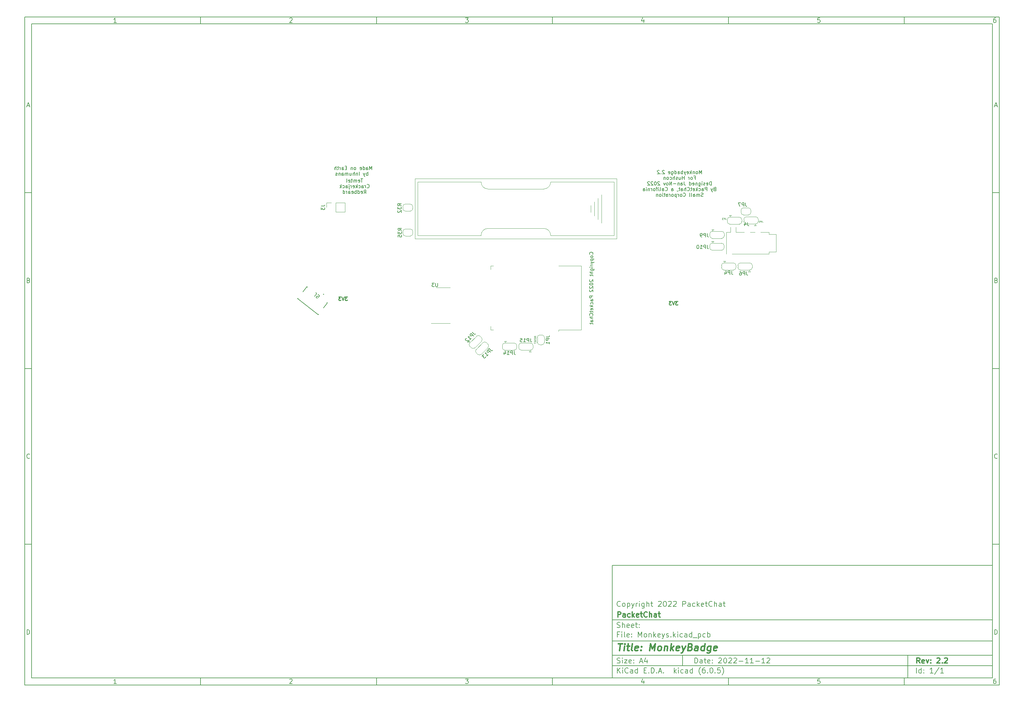
<source format=gbr>
%TF.GenerationSoftware,KiCad,Pcbnew,(6.0.5)*%
%TF.CreationDate,2022-11-12T14:57:53-08:00*%
%TF.ProjectId,Monkeys,4d6f6e6b-6579-4732-9e6b-696361645f70,2.2*%
%TF.SameCoordinates,Original*%
%TF.FileFunction,Legend,Bot*%
%TF.FilePolarity,Positive*%
%FSLAX46Y46*%
G04 Gerber Fmt 4.6, Leading zero omitted, Abs format (unit mm)*
G04 Created by KiCad (PCBNEW (6.0.5)) date 2022-11-12 14:57:53*
%MOMM*%
%LPD*%
G01*
G04 APERTURE LIST*
%ADD10C,0.100000*%
%ADD11C,0.150000*%
%ADD12C,0.300000*%
%ADD13C,0.400000*%
%ADD14C,0.250000*%
%ADD15C,0.125000*%
%ADD16C,0.120000*%
%ADD17C,0.127000*%
%ADD18C,0.200000*%
G04 APERTURE END LIST*
D10*
D11*
X177002200Y-166007200D02*
X177002200Y-198007200D01*
X285002200Y-198007200D01*
X285002200Y-166007200D01*
X177002200Y-166007200D01*
D10*
D11*
X10000000Y-10000000D02*
X10000000Y-200007200D01*
X287002200Y-200007200D01*
X287002200Y-10000000D01*
X10000000Y-10000000D01*
D10*
D11*
X12000000Y-12000000D02*
X12000000Y-198007200D01*
X285002200Y-198007200D01*
X285002200Y-12000000D01*
X12000000Y-12000000D01*
D10*
D11*
X60000000Y-12000000D02*
X60000000Y-10000000D01*
D10*
D11*
X110000000Y-12000000D02*
X110000000Y-10000000D01*
D10*
D11*
X160000000Y-12000000D02*
X160000000Y-10000000D01*
D10*
D11*
X210000000Y-12000000D02*
X210000000Y-10000000D01*
D10*
D11*
X260000000Y-12000000D02*
X260000000Y-10000000D01*
D10*
D11*
X36065476Y-11588095D02*
X35322619Y-11588095D01*
X35694047Y-11588095D02*
X35694047Y-10288095D01*
X35570238Y-10473809D01*
X35446428Y-10597619D01*
X35322619Y-10659523D01*
D10*
D11*
X85322619Y-10411904D02*
X85384523Y-10350000D01*
X85508333Y-10288095D01*
X85817857Y-10288095D01*
X85941666Y-10350000D01*
X86003571Y-10411904D01*
X86065476Y-10535714D01*
X86065476Y-10659523D01*
X86003571Y-10845238D01*
X85260714Y-11588095D01*
X86065476Y-11588095D01*
D10*
D11*
X135260714Y-10288095D02*
X136065476Y-10288095D01*
X135632142Y-10783333D01*
X135817857Y-10783333D01*
X135941666Y-10845238D01*
X136003571Y-10907142D01*
X136065476Y-11030952D01*
X136065476Y-11340476D01*
X136003571Y-11464285D01*
X135941666Y-11526190D01*
X135817857Y-11588095D01*
X135446428Y-11588095D01*
X135322619Y-11526190D01*
X135260714Y-11464285D01*
D10*
D11*
X185941666Y-10721428D02*
X185941666Y-11588095D01*
X185632142Y-10226190D02*
X185322619Y-11154761D01*
X186127380Y-11154761D01*
D10*
D11*
X236003571Y-10288095D02*
X235384523Y-10288095D01*
X235322619Y-10907142D01*
X235384523Y-10845238D01*
X235508333Y-10783333D01*
X235817857Y-10783333D01*
X235941666Y-10845238D01*
X236003571Y-10907142D01*
X236065476Y-11030952D01*
X236065476Y-11340476D01*
X236003571Y-11464285D01*
X235941666Y-11526190D01*
X235817857Y-11588095D01*
X235508333Y-11588095D01*
X235384523Y-11526190D01*
X235322619Y-11464285D01*
D10*
D11*
X285941666Y-10288095D02*
X285694047Y-10288095D01*
X285570238Y-10350000D01*
X285508333Y-10411904D01*
X285384523Y-10597619D01*
X285322619Y-10845238D01*
X285322619Y-11340476D01*
X285384523Y-11464285D01*
X285446428Y-11526190D01*
X285570238Y-11588095D01*
X285817857Y-11588095D01*
X285941666Y-11526190D01*
X286003571Y-11464285D01*
X286065476Y-11340476D01*
X286065476Y-11030952D01*
X286003571Y-10907142D01*
X285941666Y-10845238D01*
X285817857Y-10783333D01*
X285570238Y-10783333D01*
X285446428Y-10845238D01*
X285384523Y-10907142D01*
X285322619Y-11030952D01*
D10*
D11*
X60000000Y-198007200D02*
X60000000Y-200007200D01*
D10*
D11*
X110000000Y-198007200D02*
X110000000Y-200007200D01*
D10*
D11*
X160000000Y-198007200D02*
X160000000Y-200007200D01*
D10*
D11*
X210000000Y-198007200D02*
X210000000Y-200007200D01*
D10*
D11*
X260000000Y-198007200D02*
X260000000Y-200007200D01*
D10*
D11*
X36065476Y-199595295D02*
X35322619Y-199595295D01*
X35694047Y-199595295D02*
X35694047Y-198295295D01*
X35570238Y-198481009D01*
X35446428Y-198604819D01*
X35322619Y-198666723D01*
D10*
D11*
X85322619Y-198419104D02*
X85384523Y-198357200D01*
X85508333Y-198295295D01*
X85817857Y-198295295D01*
X85941666Y-198357200D01*
X86003571Y-198419104D01*
X86065476Y-198542914D01*
X86065476Y-198666723D01*
X86003571Y-198852438D01*
X85260714Y-199595295D01*
X86065476Y-199595295D01*
D10*
D11*
X135260714Y-198295295D02*
X136065476Y-198295295D01*
X135632142Y-198790533D01*
X135817857Y-198790533D01*
X135941666Y-198852438D01*
X136003571Y-198914342D01*
X136065476Y-199038152D01*
X136065476Y-199347676D01*
X136003571Y-199471485D01*
X135941666Y-199533390D01*
X135817857Y-199595295D01*
X135446428Y-199595295D01*
X135322619Y-199533390D01*
X135260714Y-199471485D01*
D10*
D11*
X185941666Y-198728628D02*
X185941666Y-199595295D01*
X185632142Y-198233390D02*
X185322619Y-199161961D01*
X186127380Y-199161961D01*
D10*
D11*
X236003571Y-198295295D02*
X235384523Y-198295295D01*
X235322619Y-198914342D01*
X235384523Y-198852438D01*
X235508333Y-198790533D01*
X235817857Y-198790533D01*
X235941666Y-198852438D01*
X236003571Y-198914342D01*
X236065476Y-199038152D01*
X236065476Y-199347676D01*
X236003571Y-199471485D01*
X235941666Y-199533390D01*
X235817857Y-199595295D01*
X235508333Y-199595295D01*
X235384523Y-199533390D01*
X235322619Y-199471485D01*
D10*
D11*
X285941666Y-198295295D02*
X285694047Y-198295295D01*
X285570238Y-198357200D01*
X285508333Y-198419104D01*
X285384523Y-198604819D01*
X285322619Y-198852438D01*
X285322619Y-199347676D01*
X285384523Y-199471485D01*
X285446428Y-199533390D01*
X285570238Y-199595295D01*
X285817857Y-199595295D01*
X285941666Y-199533390D01*
X286003571Y-199471485D01*
X286065476Y-199347676D01*
X286065476Y-199038152D01*
X286003571Y-198914342D01*
X285941666Y-198852438D01*
X285817857Y-198790533D01*
X285570238Y-198790533D01*
X285446428Y-198852438D01*
X285384523Y-198914342D01*
X285322619Y-199038152D01*
D10*
D11*
X10000000Y-60000000D02*
X12000000Y-60000000D01*
D10*
D11*
X10000000Y-110000000D02*
X12000000Y-110000000D01*
D10*
D11*
X10000000Y-160000000D02*
X12000000Y-160000000D01*
D10*
D11*
X10690476Y-35216666D02*
X11309523Y-35216666D01*
X10566666Y-35588095D02*
X11000000Y-34288095D01*
X11433333Y-35588095D01*
D10*
D11*
X11092857Y-84907142D02*
X11278571Y-84969047D01*
X11340476Y-85030952D01*
X11402380Y-85154761D01*
X11402380Y-85340476D01*
X11340476Y-85464285D01*
X11278571Y-85526190D01*
X11154761Y-85588095D01*
X10659523Y-85588095D01*
X10659523Y-84288095D01*
X11092857Y-84288095D01*
X11216666Y-84350000D01*
X11278571Y-84411904D01*
X11340476Y-84535714D01*
X11340476Y-84659523D01*
X11278571Y-84783333D01*
X11216666Y-84845238D01*
X11092857Y-84907142D01*
X10659523Y-84907142D01*
D10*
D11*
X11402380Y-135464285D02*
X11340476Y-135526190D01*
X11154761Y-135588095D01*
X11030952Y-135588095D01*
X10845238Y-135526190D01*
X10721428Y-135402380D01*
X10659523Y-135278571D01*
X10597619Y-135030952D01*
X10597619Y-134845238D01*
X10659523Y-134597619D01*
X10721428Y-134473809D01*
X10845238Y-134350000D01*
X11030952Y-134288095D01*
X11154761Y-134288095D01*
X11340476Y-134350000D01*
X11402380Y-134411904D01*
D10*
D11*
X10659523Y-185588095D02*
X10659523Y-184288095D01*
X10969047Y-184288095D01*
X11154761Y-184350000D01*
X11278571Y-184473809D01*
X11340476Y-184597619D01*
X11402380Y-184845238D01*
X11402380Y-185030952D01*
X11340476Y-185278571D01*
X11278571Y-185402380D01*
X11154761Y-185526190D01*
X10969047Y-185588095D01*
X10659523Y-185588095D01*
D10*
D11*
X287002200Y-60000000D02*
X285002200Y-60000000D01*
D10*
D11*
X287002200Y-110000000D02*
X285002200Y-110000000D01*
D10*
D11*
X287002200Y-160000000D02*
X285002200Y-160000000D01*
D10*
D11*
X285692676Y-35216666D02*
X286311723Y-35216666D01*
X285568866Y-35588095D02*
X286002200Y-34288095D01*
X286435533Y-35588095D01*
D10*
D11*
X286095057Y-84907142D02*
X286280771Y-84969047D01*
X286342676Y-85030952D01*
X286404580Y-85154761D01*
X286404580Y-85340476D01*
X286342676Y-85464285D01*
X286280771Y-85526190D01*
X286156961Y-85588095D01*
X285661723Y-85588095D01*
X285661723Y-84288095D01*
X286095057Y-84288095D01*
X286218866Y-84350000D01*
X286280771Y-84411904D01*
X286342676Y-84535714D01*
X286342676Y-84659523D01*
X286280771Y-84783333D01*
X286218866Y-84845238D01*
X286095057Y-84907142D01*
X285661723Y-84907142D01*
D10*
D11*
X286404580Y-135464285D02*
X286342676Y-135526190D01*
X286156961Y-135588095D01*
X286033152Y-135588095D01*
X285847438Y-135526190D01*
X285723628Y-135402380D01*
X285661723Y-135278571D01*
X285599819Y-135030952D01*
X285599819Y-134845238D01*
X285661723Y-134597619D01*
X285723628Y-134473809D01*
X285847438Y-134350000D01*
X286033152Y-134288095D01*
X286156961Y-134288095D01*
X286342676Y-134350000D01*
X286404580Y-134411904D01*
D10*
D11*
X285661723Y-185588095D02*
X285661723Y-184288095D01*
X285971247Y-184288095D01*
X286156961Y-184350000D01*
X286280771Y-184473809D01*
X286342676Y-184597619D01*
X286404580Y-184845238D01*
X286404580Y-185030952D01*
X286342676Y-185278571D01*
X286280771Y-185402380D01*
X286156961Y-185526190D01*
X285971247Y-185588095D01*
X285661723Y-185588095D01*
D10*
D11*
X200434342Y-193785771D02*
X200434342Y-192285771D01*
X200791485Y-192285771D01*
X201005771Y-192357200D01*
X201148628Y-192500057D01*
X201220057Y-192642914D01*
X201291485Y-192928628D01*
X201291485Y-193142914D01*
X201220057Y-193428628D01*
X201148628Y-193571485D01*
X201005771Y-193714342D01*
X200791485Y-193785771D01*
X200434342Y-193785771D01*
X202577200Y-193785771D02*
X202577200Y-193000057D01*
X202505771Y-192857200D01*
X202362914Y-192785771D01*
X202077200Y-192785771D01*
X201934342Y-192857200D01*
X202577200Y-193714342D02*
X202434342Y-193785771D01*
X202077200Y-193785771D01*
X201934342Y-193714342D01*
X201862914Y-193571485D01*
X201862914Y-193428628D01*
X201934342Y-193285771D01*
X202077200Y-193214342D01*
X202434342Y-193214342D01*
X202577200Y-193142914D01*
X203077200Y-192785771D02*
X203648628Y-192785771D01*
X203291485Y-192285771D02*
X203291485Y-193571485D01*
X203362914Y-193714342D01*
X203505771Y-193785771D01*
X203648628Y-193785771D01*
X204720057Y-193714342D02*
X204577200Y-193785771D01*
X204291485Y-193785771D01*
X204148628Y-193714342D01*
X204077200Y-193571485D01*
X204077200Y-193000057D01*
X204148628Y-192857200D01*
X204291485Y-192785771D01*
X204577200Y-192785771D01*
X204720057Y-192857200D01*
X204791485Y-193000057D01*
X204791485Y-193142914D01*
X204077200Y-193285771D01*
X205434342Y-193642914D02*
X205505771Y-193714342D01*
X205434342Y-193785771D01*
X205362914Y-193714342D01*
X205434342Y-193642914D01*
X205434342Y-193785771D01*
X205434342Y-192857200D02*
X205505771Y-192928628D01*
X205434342Y-193000057D01*
X205362914Y-192928628D01*
X205434342Y-192857200D01*
X205434342Y-193000057D01*
X207220057Y-192428628D02*
X207291485Y-192357200D01*
X207434342Y-192285771D01*
X207791485Y-192285771D01*
X207934342Y-192357200D01*
X208005771Y-192428628D01*
X208077200Y-192571485D01*
X208077200Y-192714342D01*
X208005771Y-192928628D01*
X207148628Y-193785771D01*
X208077200Y-193785771D01*
X209005771Y-192285771D02*
X209148628Y-192285771D01*
X209291485Y-192357200D01*
X209362914Y-192428628D01*
X209434342Y-192571485D01*
X209505771Y-192857200D01*
X209505771Y-193214342D01*
X209434342Y-193500057D01*
X209362914Y-193642914D01*
X209291485Y-193714342D01*
X209148628Y-193785771D01*
X209005771Y-193785771D01*
X208862914Y-193714342D01*
X208791485Y-193642914D01*
X208720057Y-193500057D01*
X208648628Y-193214342D01*
X208648628Y-192857200D01*
X208720057Y-192571485D01*
X208791485Y-192428628D01*
X208862914Y-192357200D01*
X209005771Y-192285771D01*
X210077200Y-192428628D02*
X210148628Y-192357200D01*
X210291485Y-192285771D01*
X210648628Y-192285771D01*
X210791485Y-192357200D01*
X210862914Y-192428628D01*
X210934342Y-192571485D01*
X210934342Y-192714342D01*
X210862914Y-192928628D01*
X210005771Y-193785771D01*
X210934342Y-193785771D01*
X211505771Y-192428628D02*
X211577200Y-192357200D01*
X211720057Y-192285771D01*
X212077200Y-192285771D01*
X212220057Y-192357200D01*
X212291485Y-192428628D01*
X212362914Y-192571485D01*
X212362914Y-192714342D01*
X212291485Y-192928628D01*
X211434342Y-193785771D01*
X212362914Y-193785771D01*
X213005771Y-193214342D02*
X214148628Y-193214342D01*
X215648628Y-193785771D02*
X214791485Y-193785771D01*
X215220057Y-193785771D02*
X215220057Y-192285771D01*
X215077200Y-192500057D01*
X214934342Y-192642914D01*
X214791485Y-192714342D01*
X217077200Y-193785771D02*
X216220057Y-193785771D01*
X216648628Y-193785771D02*
X216648628Y-192285771D01*
X216505771Y-192500057D01*
X216362914Y-192642914D01*
X216220057Y-192714342D01*
X217720057Y-193214342D02*
X218862914Y-193214342D01*
X220362914Y-193785771D02*
X219505771Y-193785771D01*
X219934342Y-193785771D02*
X219934342Y-192285771D01*
X219791485Y-192500057D01*
X219648628Y-192642914D01*
X219505771Y-192714342D01*
X220934342Y-192428628D02*
X221005771Y-192357200D01*
X221148628Y-192285771D01*
X221505771Y-192285771D01*
X221648628Y-192357200D01*
X221720057Y-192428628D01*
X221791485Y-192571485D01*
X221791485Y-192714342D01*
X221720057Y-192928628D01*
X220862914Y-193785771D01*
X221791485Y-193785771D01*
D10*
D11*
X177002200Y-194507200D02*
X285002200Y-194507200D01*
D10*
D11*
X178434342Y-196585771D02*
X178434342Y-195085771D01*
X179291485Y-196585771D02*
X178648628Y-195728628D01*
X179291485Y-195085771D02*
X178434342Y-195942914D01*
X179934342Y-196585771D02*
X179934342Y-195585771D01*
X179934342Y-195085771D02*
X179862914Y-195157200D01*
X179934342Y-195228628D01*
X180005771Y-195157200D01*
X179934342Y-195085771D01*
X179934342Y-195228628D01*
X181505771Y-196442914D02*
X181434342Y-196514342D01*
X181220057Y-196585771D01*
X181077200Y-196585771D01*
X180862914Y-196514342D01*
X180720057Y-196371485D01*
X180648628Y-196228628D01*
X180577200Y-195942914D01*
X180577200Y-195728628D01*
X180648628Y-195442914D01*
X180720057Y-195300057D01*
X180862914Y-195157200D01*
X181077200Y-195085771D01*
X181220057Y-195085771D01*
X181434342Y-195157200D01*
X181505771Y-195228628D01*
X182791485Y-196585771D02*
X182791485Y-195800057D01*
X182720057Y-195657200D01*
X182577200Y-195585771D01*
X182291485Y-195585771D01*
X182148628Y-195657200D01*
X182791485Y-196514342D02*
X182648628Y-196585771D01*
X182291485Y-196585771D01*
X182148628Y-196514342D01*
X182077200Y-196371485D01*
X182077200Y-196228628D01*
X182148628Y-196085771D01*
X182291485Y-196014342D01*
X182648628Y-196014342D01*
X182791485Y-195942914D01*
X184148628Y-196585771D02*
X184148628Y-195085771D01*
X184148628Y-196514342D02*
X184005771Y-196585771D01*
X183720057Y-196585771D01*
X183577200Y-196514342D01*
X183505771Y-196442914D01*
X183434342Y-196300057D01*
X183434342Y-195871485D01*
X183505771Y-195728628D01*
X183577200Y-195657200D01*
X183720057Y-195585771D01*
X184005771Y-195585771D01*
X184148628Y-195657200D01*
X186005771Y-195800057D02*
X186505771Y-195800057D01*
X186720057Y-196585771D02*
X186005771Y-196585771D01*
X186005771Y-195085771D01*
X186720057Y-195085771D01*
X187362914Y-196442914D02*
X187434342Y-196514342D01*
X187362914Y-196585771D01*
X187291485Y-196514342D01*
X187362914Y-196442914D01*
X187362914Y-196585771D01*
X188077200Y-196585771D02*
X188077200Y-195085771D01*
X188434342Y-195085771D01*
X188648628Y-195157200D01*
X188791485Y-195300057D01*
X188862914Y-195442914D01*
X188934342Y-195728628D01*
X188934342Y-195942914D01*
X188862914Y-196228628D01*
X188791485Y-196371485D01*
X188648628Y-196514342D01*
X188434342Y-196585771D01*
X188077200Y-196585771D01*
X189577200Y-196442914D02*
X189648628Y-196514342D01*
X189577200Y-196585771D01*
X189505771Y-196514342D01*
X189577200Y-196442914D01*
X189577200Y-196585771D01*
X190220057Y-196157200D02*
X190934342Y-196157200D01*
X190077200Y-196585771D02*
X190577200Y-195085771D01*
X191077200Y-196585771D01*
X191577200Y-196442914D02*
X191648628Y-196514342D01*
X191577200Y-196585771D01*
X191505771Y-196514342D01*
X191577200Y-196442914D01*
X191577200Y-196585771D01*
X194577200Y-196585771D02*
X194577200Y-195085771D01*
X194720057Y-196014342D02*
X195148628Y-196585771D01*
X195148628Y-195585771D02*
X194577200Y-196157200D01*
X195791485Y-196585771D02*
X195791485Y-195585771D01*
X195791485Y-195085771D02*
X195720057Y-195157200D01*
X195791485Y-195228628D01*
X195862914Y-195157200D01*
X195791485Y-195085771D01*
X195791485Y-195228628D01*
X197148628Y-196514342D02*
X197005771Y-196585771D01*
X196720057Y-196585771D01*
X196577200Y-196514342D01*
X196505771Y-196442914D01*
X196434342Y-196300057D01*
X196434342Y-195871485D01*
X196505771Y-195728628D01*
X196577200Y-195657200D01*
X196720057Y-195585771D01*
X197005771Y-195585771D01*
X197148628Y-195657200D01*
X198434342Y-196585771D02*
X198434342Y-195800057D01*
X198362914Y-195657200D01*
X198220057Y-195585771D01*
X197934342Y-195585771D01*
X197791485Y-195657200D01*
X198434342Y-196514342D02*
X198291485Y-196585771D01*
X197934342Y-196585771D01*
X197791485Y-196514342D01*
X197720057Y-196371485D01*
X197720057Y-196228628D01*
X197791485Y-196085771D01*
X197934342Y-196014342D01*
X198291485Y-196014342D01*
X198434342Y-195942914D01*
X199791485Y-196585771D02*
X199791485Y-195085771D01*
X199791485Y-196514342D02*
X199648628Y-196585771D01*
X199362914Y-196585771D01*
X199220057Y-196514342D01*
X199148628Y-196442914D01*
X199077200Y-196300057D01*
X199077200Y-195871485D01*
X199148628Y-195728628D01*
X199220057Y-195657200D01*
X199362914Y-195585771D01*
X199648628Y-195585771D01*
X199791485Y-195657200D01*
X202077200Y-197157200D02*
X202005771Y-197085771D01*
X201862914Y-196871485D01*
X201791485Y-196728628D01*
X201720057Y-196514342D01*
X201648628Y-196157200D01*
X201648628Y-195871485D01*
X201720057Y-195514342D01*
X201791485Y-195300057D01*
X201862914Y-195157200D01*
X202005771Y-194942914D01*
X202077200Y-194871485D01*
X203291485Y-195085771D02*
X203005771Y-195085771D01*
X202862914Y-195157200D01*
X202791485Y-195228628D01*
X202648628Y-195442914D01*
X202577200Y-195728628D01*
X202577200Y-196300057D01*
X202648628Y-196442914D01*
X202720057Y-196514342D01*
X202862914Y-196585771D01*
X203148628Y-196585771D01*
X203291485Y-196514342D01*
X203362914Y-196442914D01*
X203434342Y-196300057D01*
X203434342Y-195942914D01*
X203362914Y-195800057D01*
X203291485Y-195728628D01*
X203148628Y-195657200D01*
X202862914Y-195657200D01*
X202720057Y-195728628D01*
X202648628Y-195800057D01*
X202577200Y-195942914D01*
X204077200Y-196442914D02*
X204148628Y-196514342D01*
X204077200Y-196585771D01*
X204005771Y-196514342D01*
X204077200Y-196442914D01*
X204077200Y-196585771D01*
X205077200Y-195085771D02*
X205220057Y-195085771D01*
X205362914Y-195157200D01*
X205434342Y-195228628D01*
X205505771Y-195371485D01*
X205577200Y-195657200D01*
X205577200Y-196014342D01*
X205505771Y-196300057D01*
X205434342Y-196442914D01*
X205362914Y-196514342D01*
X205220057Y-196585771D01*
X205077200Y-196585771D01*
X204934342Y-196514342D01*
X204862914Y-196442914D01*
X204791485Y-196300057D01*
X204720057Y-196014342D01*
X204720057Y-195657200D01*
X204791485Y-195371485D01*
X204862914Y-195228628D01*
X204934342Y-195157200D01*
X205077200Y-195085771D01*
X206220057Y-196442914D02*
X206291485Y-196514342D01*
X206220057Y-196585771D01*
X206148628Y-196514342D01*
X206220057Y-196442914D01*
X206220057Y-196585771D01*
X207648628Y-195085771D02*
X206934342Y-195085771D01*
X206862914Y-195800057D01*
X206934342Y-195728628D01*
X207077200Y-195657200D01*
X207434342Y-195657200D01*
X207577200Y-195728628D01*
X207648628Y-195800057D01*
X207720057Y-195942914D01*
X207720057Y-196300057D01*
X207648628Y-196442914D01*
X207577200Y-196514342D01*
X207434342Y-196585771D01*
X207077200Y-196585771D01*
X206934342Y-196514342D01*
X206862914Y-196442914D01*
X208220057Y-197157200D02*
X208291485Y-197085771D01*
X208434342Y-196871485D01*
X208505771Y-196728628D01*
X208577200Y-196514342D01*
X208648628Y-196157200D01*
X208648628Y-195871485D01*
X208577200Y-195514342D01*
X208505771Y-195300057D01*
X208434342Y-195157200D01*
X208291485Y-194942914D01*
X208220057Y-194871485D01*
D10*
D11*
X177002200Y-191507200D02*
X285002200Y-191507200D01*
D10*
D12*
X264411485Y-193785771D02*
X263911485Y-193071485D01*
X263554342Y-193785771D02*
X263554342Y-192285771D01*
X264125771Y-192285771D01*
X264268628Y-192357200D01*
X264340057Y-192428628D01*
X264411485Y-192571485D01*
X264411485Y-192785771D01*
X264340057Y-192928628D01*
X264268628Y-193000057D01*
X264125771Y-193071485D01*
X263554342Y-193071485D01*
X265625771Y-193714342D02*
X265482914Y-193785771D01*
X265197200Y-193785771D01*
X265054342Y-193714342D01*
X264982914Y-193571485D01*
X264982914Y-193000057D01*
X265054342Y-192857200D01*
X265197200Y-192785771D01*
X265482914Y-192785771D01*
X265625771Y-192857200D01*
X265697200Y-193000057D01*
X265697200Y-193142914D01*
X264982914Y-193285771D01*
X266197200Y-192785771D02*
X266554342Y-193785771D01*
X266911485Y-192785771D01*
X267482914Y-193642914D02*
X267554342Y-193714342D01*
X267482914Y-193785771D01*
X267411485Y-193714342D01*
X267482914Y-193642914D01*
X267482914Y-193785771D01*
X267482914Y-192857200D02*
X267554342Y-192928628D01*
X267482914Y-193000057D01*
X267411485Y-192928628D01*
X267482914Y-192857200D01*
X267482914Y-193000057D01*
X269268628Y-192428628D02*
X269340057Y-192357200D01*
X269482914Y-192285771D01*
X269840057Y-192285771D01*
X269982914Y-192357200D01*
X270054342Y-192428628D01*
X270125771Y-192571485D01*
X270125771Y-192714342D01*
X270054342Y-192928628D01*
X269197200Y-193785771D01*
X270125771Y-193785771D01*
X270768628Y-193642914D02*
X270840057Y-193714342D01*
X270768628Y-193785771D01*
X270697200Y-193714342D01*
X270768628Y-193642914D01*
X270768628Y-193785771D01*
X271411485Y-192428628D02*
X271482914Y-192357200D01*
X271625771Y-192285771D01*
X271982914Y-192285771D01*
X272125771Y-192357200D01*
X272197200Y-192428628D01*
X272268628Y-192571485D01*
X272268628Y-192714342D01*
X272197200Y-192928628D01*
X271340057Y-193785771D01*
X272268628Y-193785771D01*
D10*
D11*
X178362914Y-193714342D02*
X178577200Y-193785771D01*
X178934342Y-193785771D01*
X179077200Y-193714342D01*
X179148628Y-193642914D01*
X179220057Y-193500057D01*
X179220057Y-193357200D01*
X179148628Y-193214342D01*
X179077200Y-193142914D01*
X178934342Y-193071485D01*
X178648628Y-193000057D01*
X178505771Y-192928628D01*
X178434342Y-192857200D01*
X178362914Y-192714342D01*
X178362914Y-192571485D01*
X178434342Y-192428628D01*
X178505771Y-192357200D01*
X178648628Y-192285771D01*
X179005771Y-192285771D01*
X179220057Y-192357200D01*
X179862914Y-193785771D02*
X179862914Y-192785771D01*
X179862914Y-192285771D02*
X179791485Y-192357200D01*
X179862914Y-192428628D01*
X179934342Y-192357200D01*
X179862914Y-192285771D01*
X179862914Y-192428628D01*
X180434342Y-192785771D02*
X181220057Y-192785771D01*
X180434342Y-193785771D01*
X181220057Y-193785771D01*
X182362914Y-193714342D02*
X182220057Y-193785771D01*
X181934342Y-193785771D01*
X181791485Y-193714342D01*
X181720057Y-193571485D01*
X181720057Y-193000057D01*
X181791485Y-192857200D01*
X181934342Y-192785771D01*
X182220057Y-192785771D01*
X182362914Y-192857200D01*
X182434342Y-193000057D01*
X182434342Y-193142914D01*
X181720057Y-193285771D01*
X183077200Y-193642914D02*
X183148628Y-193714342D01*
X183077200Y-193785771D01*
X183005771Y-193714342D01*
X183077200Y-193642914D01*
X183077200Y-193785771D01*
X183077200Y-192857200D02*
X183148628Y-192928628D01*
X183077200Y-193000057D01*
X183005771Y-192928628D01*
X183077200Y-192857200D01*
X183077200Y-193000057D01*
X184862914Y-193357200D02*
X185577200Y-193357200D01*
X184720057Y-193785771D02*
X185220057Y-192285771D01*
X185720057Y-193785771D01*
X186862914Y-192785771D02*
X186862914Y-193785771D01*
X186505771Y-192214342D02*
X186148628Y-193285771D01*
X187077200Y-193285771D01*
D10*
D11*
X263434342Y-196585771D02*
X263434342Y-195085771D01*
X264791485Y-196585771D02*
X264791485Y-195085771D01*
X264791485Y-196514342D02*
X264648628Y-196585771D01*
X264362914Y-196585771D01*
X264220057Y-196514342D01*
X264148628Y-196442914D01*
X264077200Y-196300057D01*
X264077200Y-195871485D01*
X264148628Y-195728628D01*
X264220057Y-195657200D01*
X264362914Y-195585771D01*
X264648628Y-195585771D01*
X264791485Y-195657200D01*
X265505771Y-196442914D02*
X265577200Y-196514342D01*
X265505771Y-196585771D01*
X265434342Y-196514342D01*
X265505771Y-196442914D01*
X265505771Y-196585771D01*
X265505771Y-195657200D02*
X265577200Y-195728628D01*
X265505771Y-195800057D01*
X265434342Y-195728628D01*
X265505771Y-195657200D01*
X265505771Y-195800057D01*
X268148628Y-196585771D02*
X267291485Y-196585771D01*
X267720057Y-196585771D02*
X267720057Y-195085771D01*
X267577200Y-195300057D01*
X267434342Y-195442914D01*
X267291485Y-195514342D01*
X269862914Y-195014342D02*
X268577200Y-196942914D01*
X271148628Y-196585771D02*
X270291485Y-196585771D01*
X270720057Y-196585771D02*
X270720057Y-195085771D01*
X270577200Y-195300057D01*
X270434342Y-195442914D01*
X270291485Y-195514342D01*
D10*
D11*
X177002200Y-187507200D02*
X285002200Y-187507200D01*
D10*
D13*
X178714580Y-188211961D02*
X179857438Y-188211961D01*
X179036009Y-190211961D02*
X179286009Y-188211961D01*
X180274104Y-190211961D02*
X180440771Y-188878628D01*
X180524104Y-188211961D02*
X180416961Y-188307200D01*
X180500295Y-188402438D01*
X180607438Y-188307200D01*
X180524104Y-188211961D01*
X180500295Y-188402438D01*
X181107438Y-188878628D02*
X181869342Y-188878628D01*
X181476485Y-188211961D02*
X181262200Y-189926247D01*
X181333628Y-190116723D01*
X181512200Y-190211961D01*
X181702676Y-190211961D01*
X182655057Y-190211961D02*
X182476485Y-190116723D01*
X182405057Y-189926247D01*
X182619342Y-188211961D01*
X184190771Y-190116723D02*
X183988390Y-190211961D01*
X183607438Y-190211961D01*
X183428866Y-190116723D01*
X183357438Y-189926247D01*
X183452676Y-189164342D01*
X183571723Y-188973866D01*
X183774104Y-188878628D01*
X184155057Y-188878628D01*
X184333628Y-188973866D01*
X184405057Y-189164342D01*
X184381247Y-189354819D01*
X183405057Y-189545295D01*
X185155057Y-190021485D02*
X185238390Y-190116723D01*
X185131247Y-190211961D01*
X185047914Y-190116723D01*
X185155057Y-190021485D01*
X185131247Y-190211961D01*
X185286009Y-188973866D02*
X185369342Y-189069104D01*
X185262200Y-189164342D01*
X185178866Y-189069104D01*
X185286009Y-188973866D01*
X185262200Y-189164342D01*
X187607438Y-190211961D02*
X187857438Y-188211961D01*
X188345533Y-189640533D01*
X189190771Y-188211961D01*
X188940771Y-190211961D01*
X190178866Y-190211961D02*
X190000295Y-190116723D01*
X189916961Y-190021485D01*
X189845533Y-189831009D01*
X189916961Y-189259580D01*
X190036009Y-189069104D01*
X190143152Y-188973866D01*
X190345533Y-188878628D01*
X190631247Y-188878628D01*
X190809819Y-188973866D01*
X190893152Y-189069104D01*
X190964580Y-189259580D01*
X190893152Y-189831009D01*
X190774104Y-190021485D01*
X190666961Y-190116723D01*
X190464580Y-190211961D01*
X190178866Y-190211961D01*
X191869342Y-188878628D02*
X191702676Y-190211961D01*
X191845533Y-189069104D02*
X191952676Y-188973866D01*
X192155057Y-188878628D01*
X192440771Y-188878628D01*
X192619342Y-188973866D01*
X192690771Y-189164342D01*
X192559819Y-190211961D01*
X193512200Y-190211961D02*
X193762200Y-188211961D01*
X193797914Y-189450057D02*
X194274104Y-190211961D01*
X194440771Y-188878628D02*
X193583628Y-189640533D01*
X195905057Y-190116723D02*
X195702676Y-190211961D01*
X195321723Y-190211961D01*
X195143152Y-190116723D01*
X195071723Y-189926247D01*
X195166961Y-189164342D01*
X195286009Y-188973866D01*
X195488390Y-188878628D01*
X195869342Y-188878628D01*
X196047914Y-188973866D01*
X196119342Y-189164342D01*
X196095533Y-189354819D01*
X195119342Y-189545295D01*
X196821723Y-188878628D02*
X197131247Y-190211961D01*
X197774104Y-188878628D02*
X197131247Y-190211961D01*
X196881247Y-190688152D01*
X196774104Y-190783390D01*
X196571723Y-190878628D01*
X199166961Y-189164342D02*
X199440771Y-189259580D01*
X199524104Y-189354819D01*
X199595533Y-189545295D01*
X199559819Y-189831009D01*
X199440771Y-190021485D01*
X199333628Y-190116723D01*
X199131247Y-190211961D01*
X198369342Y-190211961D01*
X198619342Y-188211961D01*
X199286009Y-188211961D01*
X199464580Y-188307200D01*
X199547914Y-188402438D01*
X199619342Y-188592914D01*
X199595533Y-188783390D01*
X199476485Y-188973866D01*
X199369342Y-189069104D01*
X199166961Y-189164342D01*
X198500295Y-189164342D01*
X201226485Y-190211961D02*
X201357438Y-189164342D01*
X201286009Y-188973866D01*
X201107438Y-188878628D01*
X200726485Y-188878628D01*
X200524104Y-188973866D01*
X201238390Y-190116723D02*
X201036009Y-190211961D01*
X200559819Y-190211961D01*
X200381247Y-190116723D01*
X200309819Y-189926247D01*
X200333628Y-189735771D01*
X200452676Y-189545295D01*
X200655057Y-189450057D01*
X201131247Y-189450057D01*
X201333628Y-189354819D01*
X203036009Y-190211961D02*
X203286009Y-188211961D01*
X203047914Y-190116723D02*
X202845533Y-190211961D01*
X202464580Y-190211961D01*
X202286009Y-190116723D01*
X202202676Y-190021485D01*
X202131247Y-189831009D01*
X202202676Y-189259580D01*
X202321723Y-189069104D01*
X202428866Y-188973866D01*
X202631247Y-188878628D01*
X203012200Y-188878628D01*
X203190771Y-188973866D01*
X205012200Y-188878628D02*
X204809819Y-190497676D01*
X204690771Y-190688152D01*
X204583628Y-190783390D01*
X204381247Y-190878628D01*
X204095533Y-190878628D01*
X203916961Y-190783390D01*
X204857438Y-190116723D02*
X204655057Y-190211961D01*
X204274104Y-190211961D01*
X204095533Y-190116723D01*
X204012200Y-190021485D01*
X203940771Y-189831009D01*
X204012200Y-189259580D01*
X204131247Y-189069104D01*
X204238390Y-188973866D01*
X204440771Y-188878628D01*
X204821723Y-188878628D01*
X205000295Y-188973866D01*
X206571723Y-190116723D02*
X206369342Y-190211961D01*
X205988390Y-190211961D01*
X205809819Y-190116723D01*
X205738390Y-189926247D01*
X205833628Y-189164342D01*
X205952676Y-188973866D01*
X206155057Y-188878628D01*
X206536009Y-188878628D01*
X206714580Y-188973866D01*
X206786009Y-189164342D01*
X206762200Y-189354819D01*
X205786009Y-189545295D01*
D10*
D11*
X178934342Y-185600057D02*
X178434342Y-185600057D01*
X178434342Y-186385771D02*
X178434342Y-184885771D01*
X179148628Y-184885771D01*
X179720057Y-186385771D02*
X179720057Y-185385771D01*
X179720057Y-184885771D02*
X179648628Y-184957200D01*
X179720057Y-185028628D01*
X179791485Y-184957200D01*
X179720057Y-184885771D01*
X179720057Y-185028628D01*
X180648628Y-186385771D02*
X180505771Y-186314342D01*
X180434342Y-186171485D01*
X180434342Y-184885771D01*
X181791485Y-186314342D02*
X181648628Y-186385771D01*
X181362914Y-186385771D01*
X181220057Y-186314342D01*
X181148628Y-186171485D01*
X181148628Y-185600057D01*
X181220057Y-185457200D01*
X181362914Y-185385771D01*
X181648628Y-185385771D01*
X181791485Y-185457200D01*
X181862914Y-185600057D01*
X181862914Y-185742914D01*
X181148628Y-185885771D01*
X182505771Y-186242914D02*
X182577200Y-186314342D01*
X182505771Y-186385771D01*
X182434342Y-186314342D01*
X182505771Y-186242914D01*
X182505771Y-186385771D01*
X182505771Y-185457200D02*
X182577200Y-185528628D01*
X182505771Y-185600057D01*
X182434342Y-185528628D01*
X182505771Y-185457200D01*
X182505771Y-185600057D01*
X184362914Y-186385771D02*
X184362914Y-184885771D01*
X184862914Y-185957200D01*
X185362914Y-184885771D01*
X185362914Y-186385771D01*
X186291485Y-186385771D02*
X186148628Y-186314342D01*
X186077200Y-186242914D01*
X186005771Y-186100057D01*
X186005771Y-185671485D01*
X186077200Y-185528628D01*
X186148628Y-185457200D01*
X186291485Y-185385771D01*
X186505771Y-185385771D01*
X186648628Y-185457200D01*
X186720057Y-185528628D01*
X186791485Y-185671485D01*
X186791485Y-186100057D01*
X186720057Y-186242914D01*
X186648628Y-186314342D01*
X186505771Y-186385771D01*
X186291485Y-186385771D01*
X187434342Y-185385771D02*
X187434342Y-186385771D01*
X187434342Y-185528628D02*
X187505771Y-185457200D01*
X187648628Y-185385771D01*
X187862914Y-185385771D01*
X188005771Y-185457200D01*
X188077200Y-185600057D01*
X188077200Y-186385771D01*
X188791485Y-186385771D02*
X188791485Y-184885771D01*
X188934342Y-185814342D02*
X189362914Y-186385771D01*
X189362914Y-185385771D02*
X188791485Y-185957200D01*
X190577200Y-186314342D02*
X190434342Y-186385771D01*
X190148628Y-186385771D01*
X190005771Y-186314342D01*
X189934342Y-186171485D01*
X189934342Y-185600057D01*
X190005771Y-185457200D01*
X190148628Y-185385771D01*
X190434342Y-185385771D01*
X190577200Y-185457200D01*
X190648628Y-185600057D01*
X190648628Y-185742914D01*
X189934342Y-185885771D01*
X191148628Y-185385771D02*
X191505771Y-186385771D01*
X191862914Y-185385771D02*
X191505771Y-186385771D01*
X191362914Y-186742914D01*
X191291485Y-186814342D01*
X191148628Y-186885771D01*
X192362914Y-186314342D02*
X192505771Y-186385771D01*
X192791485Y-186385771D01*
X192934342Y-186314342D01*
X193005771Y-186171485D01*
X193005771Y-186100057D01*
X192934342Y-185957200D01*
X192791485Y-185885771D01*
X192577200Y-185885771D01*
X192434342Y-185814342D01*
X192362914Y-185671485D01*
X192362914Y-185600057D01*
X192434342Y-185457200D01*
X192577200Y-185385771D01*
X192791485Y-185385771D01*
X192934342Y-185457200D01*
X193648628Y-186242914D02*
X193720057Y-186314342D01*
X193648628Y-186385771D01*
X193577200Y-186314342D01*
X193648628Y-186242914D01*
X193648628Y-186385771D01*
X194362914Y-186385771D02*
X194362914Y-184885771D01*
X194505771Y-185814342D02*
X194934342Y-186385771D01*
X194934342Y-185385771D02*
X194362914Y-185957200D01*
X195577200Y-186385771D02*
X195577200Y-185385771D01*
X195577200Y-184885771D02*
X195505771Y-184957200D01*
X195577200Y-185028628D01*
X195648628Y-184957200D01*
X195577200Y-184885771D01*
X195577200Y-185028628D01*
X196934342Y-186314342D02*
X196791485Y-186385771D01*
X196505771Y-186385771D01*
X196362914Y-186314342D01*
X196291485Y-186242914D01*
X196220057Y-186100057D01*
X196220057Y-185671485D01*
X196291485Y-185528628D01*
X196362914Y-185457200D01*
X196505771Y-185385771D01*
X196791485Y-185385771D01*
X196934342Y-185457200D01*
X198220057Y-186385771D02*
X198220057Y-185600057D01*
X198148628Y-185457200D01*
X198005771Y-185385771D01*
X197720057Y-185385771D01*
X197577200Y-185457200D01*
X198220057Y-186314342D02*
X198077200Y-186385771D01*
X197720057Y-186385771D01*
X197577200Y-186314342D01*
X197505771Y-186171485D01*
X197505771Y-186028628D01*
X197577200Y-185885771D01*
X197720057Y-185814342D01*
X198077200Y-185814342D01*
X198220057Y-185742914D01*
X199577200Y-186385771D02*
X199577200Y-184885771D01*
X199577200Y-186314342D02*
X199434342Y-186385771D01*
X199148628Y-186385771D01*
X199005771Y-186314342D01*
X198934342Y-186242914D01*
X198862914Y-186100057D01*
X198862914Y-185671485D01*
X198934342Y-185528628D01*
X199005771Y-185457200D01*
X199148628Y-185385771D01*
X199434342Y-185385771D01*
X199577200Y-185457200D01*
X199934342Y-186528628D02*
X201077200Y-186528628D01*
X201434342Y-185385771D02*
X201434342Y-186885771D01*
X201434342Y-185457200D02*
X201577200Y-185385771D01*
X201862914Y-185385771D01*
X202005771Y-185457200D01*
X202077200Y-185528628D01*
X202148628Y-185671485D01*
X202148628Y-186100057D01*
X202077200Y-186242914D01*
X202005771Y-186314342D01*
X201862914Y-186385771D01*
X201577200Y-186385771D01*
X201434342Y-186314342D01*
X203434342Y-186314342D02*
X203291485Y-186385771D01*
X203005771Y-186385771D01*
X202862914Y-186314342D01*
X202791485Y-186242914D01*
X202720057Y-186100057D01*
X202720057Y-185671485D01*
X202791485Y-185528628D01*
X202862914Y-185457200D01*
X203005771Y-185385771D01*
X203291485Y-185385771D01*
X203434342Y-185457200D01*
X204077200Y-186385771D02*
X204077200Y-184885771D01*
X204077200Y-185457200D02*
X204220057Y-185385771D01*
X204505771Y-185385771D01*
X204648628Y-185457200D01*
X204720057Y-185528628D01*
X204791485Y-185671485D01*
X204791485Y-186100057D01*
X204720057Y-186242914D01*
X204648628Y-186314342D01*
X204505771Y-186385771D01*
X204220057Y-186385771D01*
X204077200Y-186314342D01*
D10*
D11*
X177002200Y-181507200D02*
X285002200Y-181507200D01*
D10*
D11*
X178362914Y-183614342D02*
X178577200Y-183685771D01*
X178934342Y-183685771D01*
X179077200Y-183614342D01*
X179148628Y-183542914D01*
X179220057Y-183400057D01*
X179220057Y-183257200D01*
X179148628Y-183114342D01*
X179077200Y-183042914D01*
X178934342Y-182971485D01*
X178648628Y-182900057D01*
X178505771Y-182828628D01*
X178434342Y-182757200D01*
X178362914Y-182614342D01*
X178362914Y-182471485D01*
X178434342Y-182328628D01*
X178505771Y-182257200D01*
X178648628Y-182185771D01*
X179005771Y-182185771D01*
X179220057Y-182257200D01*
X179862914Y-183685771D02*
X179862914Y-182185771D01*
X180505771Y-183685771D02*
X180505771Y-182900057D01*
X180434342Y-182757200D01*
X180291485Y-182685771D01*
X180077200Y-182685771D01*
X179934342Y-182757200D01*
X179862914Y-182828628D01*
X181791485Y-183614342D02*
X181648628Y-183685771D01*
X181362914Y-183685771D01*
X181220057Y-183614342D01*
X181148628Y-183471485D01*
X181148628Y-182900057D01*
X181220057Y-182757200D01*
X181362914Y-182685771D01*
X181648628Y-182685771D01*
X181791485Y-182757200D01*
X181862914Y-182900057D01*
X181862914Y-183042914D01*
X181148628Y-183185771D01*
X183077200Y-183614342D02*
X182934342Y-183685771D01*
X182648628Y-183685771D01*
X182505771Y-183614342D01*
X182434342Y-183471485D01*
X182434342Y-182900057D01*
X182505771Y-182757200D01*
X182648628Y-182685771D01*
X182934342Y-182685771D01*
X183077200Y-182757200D01*
X183148628Y-182900057D01*
X183148628Y-183042914D01*
X182434342Y-183185771D01*
X183577200Y-182685771D02*
X184148628Y-182685771D01*
X183791485Y-182185771D02*
X183791485Y-183471485D01*
X183862914Y-183614342D01*
X184005771Y-183685771D01*
X184148628Y-183685771D01*
X184648628Y-183542914D02*
X184720057Y-183614342D01*
X184648628Y-183685771D01*
X184577200Y-183614342D01*
X184648628Y-183542914D01*
X184648628Y-183685771D01*
X184648628Y-182757200D02*
X184720057Y-182828628D01*
X184648628Y-182900057D01*
X184577200Y-182828628D01*
X184648628Y-182757200D01*
X184648628Y-182900057D01*
D10*
D12*
X178554342Y-180685771D02*
X178554342Y-179185771D01*
X179125771Y-179185771D01*
X179268628Y-179257200D01*
X179340057Y-179328628D01*
X179411485Y-179471485D01*
X179411485Y-179685771D01*
X179340057Y-179828628D01*
X179268628Y-179900057D01*
X179125771Y-179971485D01*
X178554342Y-179971485D01*
X180697200Y-180685771D02*
X180697200Y-179900057D01*
X180625771Y-179757200D01*
X180482914Y-179685771D01*
X180197200Y-179685771D01*
X180054342Y-179757200D01*
X180697200Y-180614342D02*
X180554342Y-180685771D01*
X180197200Y-180685771D01*
X180054342Y-180614342D01*
X179982914Y-180471485D01*
X179982914Y-180328628D01*
X180054342Y-180185771D01*
X180197200Y-180114342D01*
X180554342Y-180114342D01*
X180697200Y-180042914D01*
X182054342Y-180614342D02*
X181911485Y-180685771D01*
X181625771Y-180685771D01*
X181482914Y-180614342D01*
X181411485Y-180542914D01*
X181340057Y-180400057D01*
X181340057Y-179971485D01*
X181411485Y-179828628D01*
X181482914Y-179757200D01*
X181625771Y-179685771D01*
X181911485Y-179685771D01*
X182054342Y-179757200D01*
X182697200Y-180685771D02*
X182697200Y-179185771D01*
X182840057Y-180114342D02*
X183268628Y-180685771D01*
X183268628Y-179685771D02*
X182697200Y-180257200D01*
X184482914Y-180614342D02*
X184340057Y-180685771D01*
X184054342Y-180685771D01*
X183911485Y-180614342D01*
X183840057Y-180471485D01*
X183840057Y-179900057D01*
X183911485Y-179757200D01*
X184054342Y-179685771D01*
X184340057Y-179685771D01*
X184482914Y-179757200D01*
X184554342Y-179900057D01*
X184554342Y-180042914D01*
X183840057Y-180185771D01*
X184982914Y-179685771D02*
X185554342Y-179685771D01*
X185197200Y-179185771D02*
X185197200Y-180471485D01*
X185268628Y-180614342D01*
X185411485Y-180685771D01*
X185554342Y-180685771D01*
X186911485Y-180542914D02*
X186840057Y-180614342D01*
X186625771Y-180685771D01*
X186482914Y-180685771D01*
X186268628Y-180614342D01*
X186125771Y-180471485D01*
X186054342Y-180328628D01*
X185982914Y-180042914D01*
X185982914Y-179828628D01*
X186054342Y-179542914D01*
X186125771Y-179400057D01*
X186268628Y-179257200D01*
X186482914Y-179185771D01*
X186625771Y-179185771D01*
X186840057Y-179257200D01*
X186911485Y-179328628D01*
X187554342Y-180685771D02*
X187554342Y-179185771D01*
X188197200Y-180685771D02*
X188197200Y-179900057D01*
X188125771Y-179757200D01*
X187982914Y-179685771D01*
X187768628Y-179685771D01*
X187625771Y-179757200D01*
X187554342Y-179828628D01*
X189554342Y-180685771D02*
X189554342Y-179900057D01*
X189482914Y-179757200D01*
X189340057Y-179685771D01*
X189054342Y-179685771D01*
X188911485Y-179757200D01*
X189554342Y-180614342D02*
X189411485Y-180685771D01*
X189054342Y-180685771D01*
X188911485Y-180614342D01*
X188840057Y-180471485D01*
X188840057Y-180328628D01*
X188911485Y-180185771D01*
X189054342Y-180114342D01*
X189411485Y-180114342D01*
X189554342Y-180042914D01*
X190054342Y-179685771D02*
X190625771Y-179685771D01*
X190268628Y-179185771D02*
X190268628Y-180471485D01*
X190340057Y-180614342D01*
X190482914Y-180685771D01*
X190625771Y-180685771D01*
D10*
D11*
X179291485Y-177542914D02*
X179220057Y-177614342D01*
X179005771Y-177685771D01*
X178862914Y-177685771D01*
X178648628Y-177614342D01*
X178505771Y-177471485D01*
X178434342Y-177328628D01*
X178362914Y-177042914D01*
X178362914Y-176828628D01*
X178434342Y-176542914D01*
X178505771Y-176400057D01*
X178648628Y-176257200D01*
X178862914Y-176185771D01*
X179005771Y-176185771D01*
X179220057Y-176257200D01*
X179291485Y-176328628D01*
X180148628Y-177685771D02*
X180005771Y-177614342D01*
X179934342Y-177542914D01*
X179862914Y-177400057D01*
X179862914Y-176971485D01*
X179934342Y-176828628D01*
X180005771Y-176757200D01*
X180148628Y-176685771D01*
X180362914Y-176685771D01*
X180505771Y-176757200D01*
X180577200Y-176828628D01*
X180648628Y-176971485D01*
X180648628Y-177400057D01*
X180577200Y-177542914D01*
X180505771Y-177614342D01*
X180362914Y-177685771D01*
X180148628Y-177685771D01*
X181291485Y-176685771D02*
X181291485Y-178185771D01*
X181291485Y-176757200D02*
X181434342Y-176685771D01*
X181720057Y-176685771D01*
X181862914Y-176757200D01*
X181934342Y-176828628D01*
X182005771Y-176971485D01*
X182005771Y-177400057D01*
X181934342Y-177542914D01*
X181862914Y-177614342D01*
X181720057Y-177685771D01*
X181434342Y-177685771D01*
X181291485Y-177614342D01*
X182505771Y-176685771D02*
X182862914Y-177685771D01*
X183220057Y-176685771D02*
X182862914Y-177685771D01*
X182720057Y-178042914D01*
X182648628Y-178114342D01*
X182505771Y-178185771D01*
X183791485Y-177685771D02*
X183791485Y-176685771D01*
X183791485Y-176971485D02*
X183862914Y-176828628D01*
X183934342Y-176757200D01*
X184077200Y-176685771D01*
X184220057Y-176685771D01*
X184720057Y-177685771D02*
X184720057Y-176685771D01*
X184720057Y-176185771D02*
X184648628Y-176257200D01*
X184720057Y-176328628D01*
X184791485Y-176257200D01*
X184720057Y-176185771D01*
X184720057Y-176328628D01*
X186077200Y-176685771D02*
X186077200Y-177900057D01*
X186005771Y-178042914D01*
X185934342Y-178114342D01*
X185791485Y-178185771D01*
X185577200Y-178185771D01*
X185434342Y-178114342D01*
X186077200Y-177614342D02*
X185934342Y-177685771D01*
X185648628Y-177685771D01*
X185505771Y-177614342D01*
X185434342Y-177542914D01*
X185362914Y-177400057D01*
X185362914Y-176971485D01*
X185434342Y-176828628D01*
X185505771Y-176757200D01*
X185648628Y-176685771D01*
X185934342Y-176685771D01*
X186077200Y-176757200D01*
X186791485Y-177685771D02*
X186791485Y-176185771D01*
X187434342Y-177685771D02*
X187434342Y-176900057D01*
X187362914Y-176757200D01*
X187220057Y-176685771D01*
X187005771Y-176685771D01*
X186862914Y-176757200D01*
X186791485Y-176828628D01*
X187934342Y-176685771D02*
X188505771Y-176685771D01*
X188148628Y-176185771D02*
X188148628Y-177471485D01*
X188220057Y-177614342D01*
X188362914Y-177685771D01*
X188505771Y-177685771D01*
X190077200Y-176328628D02*
X190148628Y-176257200D01*
X190291485Y-176185771D01*
X190648628Y-176185771D01*
X190791485Y-176257200D01*
X190862914Y-176328628D01*
X190934342Y-176471485D01*
X190934342Y-176614342D01*
X190862914Y-176828628D01*
X190005771Y-177685771D01*
X190934342Y-177685771D01*
X191862914Y-176185771D02*
X192005771Y-176185771D01*
X192148628Y-176257200D01*
X192220057Y-176328628D01*
X192291485Y-176471485D01*
X192362914Y-176757200D01*
X192362914Y-177114342D01*
X192291485Y-177400057D01*
X192220057Y-177542914D01*
X192148628Y-177614342D01*
X192005771Y-177685771D01*
X191862914Y-177685771D01*
X191720057Y-177614342D01*
X191648628Y-177542914D01*
X191577200Y-177400057D01*
X191505771Y-177114342D01*
X191505771Y-176757200D01*
X191577200Y-176471485D01*
X191648628Y-176328628D01*
X191720057Y-176257200D01*
X191862914Y-176185771D01*
X192934342Y-176328628D02*
X193005771Y-176257200D01*
X193148628Y-176185771D01*
X193505771Y-176185771D01*
X193648628Y-176257200D01*
X193720057Y-176328628D01*
X193791485Y-176471485D01*
X193791485Y-176614342D01*
X193720057Y-176828628D01*
X192862914Y-177685771D01*
X193791485Y-177685771D01*
X194362914Y-176328628D02*
X194434342Y-176257200D01*
X194577200Y-176185771D01*
X194934342Y-176185771D01*
X195077200Y-176257200D01*
X195148628Y-176328628D01*
X195220057Y-176471485D01*
X195220057Y-176614342D01*
X195148628Y-176828628D01*
X194291485Y-177685771D01*
X195220057Y-177685771D01*
X197005771Y-177685771D02*
X197005771Y-176185771D01*
X197577200Y-176185771D01*
X197720057Y-176257200D01*
X197791485Y-176328628D01*
X197862914Y-176471485D01*
X197862914Y-176685771D01*
X197791485Y-176828628D01*
X197720057Y-176900057D01*
X197577200Y-176971485D01*
X197005771Y-176971485D01*
X199148628Y-177685771D02*
X199148628Y-176900057D01*
X199077200Y-176757200D01*
X198934342Y-176685771D01*
X198648628Y-176685771D01*
X198505771Y-176757200D01*
X199148628Y-177614342D02*
X199005771Y-177685771D01*
X198648628Y-177685771D01*
X198505771Y-177614342D01*
X198434342Y-177471485D01*
X198434342Y-177328628D01*
X198505771Y-177185771D01*
X198648628Y-177114342D01*
X199005771Y-177114342D01*
X199148628Y-177042914D01*
X200505771Y-177614342D02*
X200362914Y-177685771D01*
X200077200Y-177685771D01*
X199934342Y-177614342D01*
X199862914Y-177542914D01*
X199791485Y-177400057D01*
X199791485Y-176971485D01*
X199862914Y-176828628D01*
X199934342Y-176757200D01*
X200077200Y-176685771D01*
X200362914Y-176685771D01*
X200505771Y-176757200D01*
X201148628Y-177685771D02*
X201148628Y-176185771D01*
X201291485Y-177114342D02*
X201720057Y-177685771D01*
X201720057Y-176685771D02*
X201148628Y-177257200D01*
X202934342Y-177614342D02*
X202791485Y-177685771D01*
X202505771Y-177685771D01*
X202362914Y-177614342D01*
X202291485Y-177471485D01*
X202291485Y-176900057D01*
X202362914Y-176757200D01*
X202505771Y-176685771D01*
X202791485Y-176685771D01*
X202934342Y-176757200D01*
X203005771Y-176900057D01*
X203005771Y-177042914D01*
X202291485Y-177185771D01*
X203434342Y-176685771D02*
X204005771Y-176685771D01*
X203648628Y-176185771D02*
X203648628Y-177471485D01*
X203720057Y-177614342D01*
X203862914Y-177685771D01*
X204005771Y-177685771D01*
X205362914Y-177542914D02*
X205291485Y-177614342D01*
X205077200Y-177685771D01*
X204934342Y-177685771D01*
X204720057Y-177614342D01*
X204577200Y-177471485D01*
X204505771Y-177328628D01*
X204434342Y-177042914D01*
X204434342Y-176828628D01*
X204505771Y-176542914D01*
X204577200Y-176400057D01*
X204720057Y-176257200D01*
X204934342Y-176185771D01*
X205077200Y-176185771D01*
X205291485Y-176257200D01*
X205362914Y-176328628D01*
X206005771Y-177685771D02*
X206005771Y-176185771D01*
X206648628Y-177685771D02*
X206648628Y-176900057D01*
X206577200Y-176757200D01*
X206434342Y-176685771D01*
X206220057Y-176685771D01*
X206077200Y-176757200D01*
X206005771Y-176828628D01*
X208005771Y-177685771D02*
X208005771Y-176900057D01*
X207934342Y-176757200D01*
X207791485Y-176685771D01*
X207505771Y-176685771D01*
X207362914Y-176757200D01*
X208005771Y-177614342D02*
X207862914Y-177685771D01*
X207505771Y-177685771D01*
X207362914Y-177614342D01*
X207291485Y-177471485D01*
X207291485Y-177328628D01*
X207362914Y-177185771D01*
X207505771Y-177114342D01*
X207862914Y-177114342D01*
X208005771Y-177042914D01*
X208505771Y-176685771D02*
X209077200Y-176685771D01*
X208720057Y-176185771D02*
X208720057Y-177471485D01*
X208791485Y-177614342D01*
X208934342Y-177685771D01*
X209077200Y-177685771D01*
D10*
D11*
D10*
D11*
D10*
D11*
D10*
D11*
X197002200Y-191507200D02*
X197002200Y-194507200D01*
D10*
D11*
X261002200Y-191507200D02*
X261002200Y-198007200D01*
X202371904Y-54632380D02*
X202371904Y-53632380D01*
X202038571Y-54346666D01*
X201705238Y-53632380D01*
X201705238Y-54632380D01*
X201086190Y-54632380D02*
X201181428Y-54584761D01*
X201229047Y-54537142D01*
X201276666Y-54441904D01*
X201276666Y-54156190D01*
X201229047Y-54060952D01*
X201181428Y-54013333D01*
X201086190Y-53965714D01*
X200943333Y-53965714D01*
X200848095Y-54013333D01*
X200800476Y-54060952D01*
X200752857Y-54156190D01*
X200752857Y-54441904D01*
X200800476Y-54537142D01*
X200848095Y-54584761D01*
X200943333Y-54632380D01*
X201086190Y-54632380D01*
X200324285Y-53965714D02*
X200324285Y-54632380D01*
X200324285Y-54060952D02*
X200276666Y-54013333D01*
X200181428Y-53965714D01*
X200038571Y-53965714D01*
X199943333Y-54013333D01*
X199895714Y-54108571D01*
X199895714Y-54632380D01*
X199419523Y-54632380D02*
X199419523Y-53632380D01*
X199324285Y-54251428D02*
X199038571Y-54632380D01*
X199038571Y-53965714D02*
X199419523Y-54346666D01*
X198229047Y-54584761D02*
X198324285Y-54632380D01*
X198514761Y-54632380D01*
X198610000Y-54584761D01*
X198657619Y-54489523D01*
X198657619Y-54108571D01*
X198610000Y-54013333D01*
X198514761Y-53965714D01*
X198324285Y-53965714D01*
X198229047Y-54013333D01*
X198181428Y-54108571D01*
X198181428Y-54203809D01*
X198657619Y-54299047D01*
X197848095Y-53965714D02*
X197610000Y-54632380D01*
X197371904Y-53965714D02*
X197610000Y-54632380D01*
X197705238Y-54870476D01*
X197752857Y-54918095D01*
X197848095Y-54965714D01*
X196990952Y-54632380D02*
X196990952Y-53632380D01*
X196990952Y-54013333D02*
X196895714Y-53965714D01*
X196705238Y-53965714D01*
X196610000Y-54013333D01*
X196562380Y-54060952D01*
X196514761Y-54156190D01*
X196514761Y-54441904D01*
X196562380Y-54537142D01*
X196610000Y-54584761D01*
X196705238Y-54632380D01*
X196895714Y-54632380D01*
X196990952Y-54584761D01*
X195657619Y-54632380D02*
X195657619Y-54108571D01*
X195705238Y-54013333D01*
X195800476Y-53965714D01*
X195990952Y-53965714D01*
X196086190Y-54013333D01*
X195657619Y-54584761D02*
X195752857Y-54632380D01*
X195990952Y-54632380D01*
X196086190Y-54584761D01*
X196133809Y-54489523D01*
X196133809Y-54394285D01*
X196086190Y-54299047D01*
X195990952Y-54251428D01*
X195752857Y-54251428D01*
X195657619Y-54203809D01*
X194752857Y-54632380D02*
X194752857Y-53632380D01*
X194752857Y-54584761D02*
X194848095Y-54632380D01*
X195038571Y-54632380D01*
X195133809Y-54584761D01*
X195181428Y-54537142D01*
X195229047Y-54441904D01*
X195229047Y-54156190D01*
X195181428Y-54060952D01*
X195133809Y-54013333D01*
X195038571Y-53965714D01*
X194848095Y-53965714D01*
X194752857Y-54013333D01*
X193848095Y-53965714D02*
X193848095Y-54775238D01*
X193895714Y-54870476D01*
X193943333Y-54918095D01*
X194038571Y-54965714D01*
X194181428Y-54965714D01*
X194276666Y-54918095D01*
X193848095Y-54584761D02*
X193943333Y-54632380D01*
X194133809Y-54632380D01*
X194229047Y-54584761D01*
X194276666Y-54537142D01*
X194324285Y-54441904D01*
X194324285Y-54156190D01*
X194276666Y-54060952D01*
X194229047Y-54013333D01*
X194133809Y-53965714D01*
X193943333Y-53965714D01*
X193848095Y-54013333D01*
X192990952Y-54584761D02*
X193086190Y-54632380D01*
X193276666Y-54632380D01*
X193371904Y-54584761D01*
X193419523Y-54489523D01*
X193419523Y-54108571D01*
X193371904Y-54013333D01*
X193276666Y-53965714D01*
X193086190Y-53965714D01*
X192990952Y-54013333D01*
X192943333Y-54108571D01*
X192943333Y-54203809D01*
X193419523Y-54299047D01*
X191800476Y-53727619D02*
X191752857Y-53680000D01*
X191657619Y-53632380D01*
X191419523Y-53632380D01*
X191324285Y-53680000D01*
X191276666Y-53727619D01*
X191229047Y-53822857D01*
X191229047Y-53918095D01*
X191276666Y-54060952D01*
X191848095Y-54632380D01*
X191229047Y-54632380D01*
X190800476Y-54537142D02*
X190752857Y-54584761D01*
X190800476Y-54632380D01*
X190848095Y-54584761D01*
X190800476Y-54537142D01*
X190800476Y-54632380D01*
X190371904Y-53727619D02*
X190324285Y-53680000D01*
X190229047Y-53632380D01*
X189990952Y-53632380D01*
X189895714Y-53680000D01*
X189848095Y-53727619D01*
X189800476Y-53822857D01*
X189800476Y-53918095D01*
X189848095Y-54060952D01*
X190419523Y-54632380D01*
X189800476Y-54632380D01*
X200276666Y-55718571D02*
X200610000Y-55718571D01*
X200610000Y-56242380D02*
X200610000Y-55242380D01*
X200133809Y-55242380D01*
X199610000Y-56242380D02*
X199705238Y-56194761D01*
X199752857Y-56147142D01*
X199800476Y-56051904D01*
X199800476Y-55766190D01*
X199752857Y-55670952D01*
X199705238Y-55623333D01*
X199610000Y-55575714D01*
X199467142Y-55575714D01*
X199371904Y-55623333D01*
X199324285Y-55670952D01*
X199276666Y-55766190D01*
X199276666Y-56051904D01*
X199324285Y-56147142D01*
X199371904Y-56194761D01*
X199467142Y-56242380D01*
X199610000Y-56242380D01*
X198848095Y-56242380D02*
X198848095Y-55575714D01*
X198848095Y-55766190D02*
X198800476Y-55670952D01*
X198752857Y-55623333D01*
X198657619Y-55575714D01*
X198562380Y-55575714D01*
X197467142Y-56242380D02*
X197467142Y-55242380D01*
X197467142Y-55718571D02*
X196895714Y-55718571D01*
X196895714Y-56242380D02*
X196895714Y-55242380D01*
X195990952Y-55575714D02*
X195990952Y-56242380D01*
X196419523Y-55575714D02*
X196419523Y-56099523D01*
X196371904Y-56194761D01*
X196276666Y-56242380D01*
X196133809Y-56242380D01*
X196038571Y-56194761D01*
X195990952Y-56147142D01*
X195562380Y-56194761D02*
X195467142Y-56242380D01*
X195276666Y-56242380D01*
X195181428Y-56194761D01*
X195133809Y-56099523D01*
X195133809Y-56051904D01*
X195181428Y-55956666D01*
X195276666Y-55909047D01*
X195419523Y-55909047D01*
X195514761Y-55861428D01*
X195562380Y-55766190D01*
X195562380Y-55718571D01*
X195514761Y-55623333D01*
X195419523Y-55575714D01*
X195276666Y-55575714D01*
X195181428Y-55623333D01*
X194705238Y-56242380D02*
X194705238Y-55242380D01*
X194276666Y-56242380D02*
X194276666Y-55718571D01*
X194324285Y-55623333D01*
X194419523Y-55575714D01*
X194562380Y-55575714D01*
X194657619Y-55623333D01*
X194705238Y-55670952D01*
X193371904Y-56194761D02*
X193467142Y-56242380D01*
X193657619Y-56242380D01*
X193752857Y-56194761D01*
X193800476Y-56147142D01*
X193848095Y-56051904D01*
X193848095Y-55766190D01*
X193800476Y-55670952D01*
X193752857Y-55623333D01*
X193657619Y-55575714D01*
X193467142Y-55575714D01*
X193371904Y-55623333D01*
X192800476Y-56242380D02*
X192895714Y-56194761D01*
X192943333Y-56147142D01*
X192990952Y-56051904D01*
X192990952Y-55766190D01*
X192943333Y-55670952D01*
X192895714Y-55623333D01*
X192800476Y-55575714D01*
X192657619Y-55575714D01*
X192562380Y-55623333D01*
X192514761Y-55670952D01*
X192467142Y-55766190D01*
X192467142Y-56051904D01*
X192514761Y-56147142D01*
X192562380Y-56194761D01*
X192657619Y-56242380D01*
X192800476Y-56242380D01*
X192038571Y-55575714D02*
X192038571Y-56242380D01*
X192038571Y-55670952D02*
X191990952Y-55623333D01*
X191895714Y-55575714D01*
X191752857Y-55575714D01*
X191657619Y-55623333D01*
X191610000Y-55718571D01*
X191610000Y-56242380D01*
X205157619Y-57852380D02*
X205157619Y-56852380D01*
X204919523Y-56852380D01*
X204776666Y-56900000D01*
X204681428Y-56995238D01*
X204633809Y-57090476D01*
X204586190Y-57280952D01*
X204586190Y-57423809D01*
X204633809Y-57614285D01*
X204681428Y-57709523D01*
X204776666Y-57804761D01*
X204919523Y-57852380D01*
X205157619Y-57852380D01*
X203776666Y-57804761D02*
X203871904Y-57852380D01*
X204062380Y-57852380D01*
X204157619Y-57804761D01*
X204205238Y-57709523D01*
X204205238Y-57328571D01*
X204157619Y-57233333D01*
X204062380Y-57185714D01*
X203871904Y-57185714D01*
X203776666Y-57233333D01*
X203729047Y-57328571D01*
X203729047Y-57423809D01*
X204205238Y-57519047D01*
X203348095Y-57804761D02*
X203252857Y-57852380D01*
X203062380Y-57852380D01*
X202967142Y-57804761D01*
X202919523Y-57709523D01*
X202919523Y-57661904D01*
X202967142Y-57566666D01*
X203062380Y-57519047D01*
X203205238Y-57519047D01*
X203300476Y-57471428D01*
X203348095Y-57376190D01*
X203348095Y-57328571D01*
X203300476Y-57233333D01*
X203205238Y-57185714D01*
X203062380Y-57185714D01*
X202967142Y-57233333D01*
X202490952Y-57852380D02*
X202490952Y-57185714D01*
X202490952Y-56852380D02*
X202538571Y-56900000D01*
X202490952Y-56947619D01*
X202443333Y-56900000D01*
X202490952Y-56852380D01*
X202490952Y-56947619D01*
X201586190Y-57185714D02*
X201586190Y-57995238D01*
X201633809Y-58090476D01*
X201681428Y-58138095D01*
X201776666Y-58185714D01*
X201919523Y-58185714D01*
X202014761Y-58138095D01*
X201586190Y-57804761D02*
X201681428Y-57852380D01*
X201871904Y-57852380D01*
X201967142Y-57804761D01*
X202014761Y-57757142D01*
X202062380Y-57661904D01*
X202062380Y-57376190D01*
X202014761Y-57280952D01*
X201967142Y-57233333D01*
X201871904Y-57185714D01*
X201681428Y-57185714D01*
X201586190Y-57233333D01*
X201110000Y-57185714D02*
X201110000Y-57852380D01*
X201110000Y-57280952D02*
X201062380Y-57233333D01*
X200967142Y-57185714D01*
X200824285Y-57185714D01*
X200729047Y-57233333D01*
X200681428Y-57328571D01*
X200681428Y-57852380D01*
X199824285Y-57804761D02*
X199919523Y-57852380D01*
X200110000Y-57852380D01*
X200205238Y-57804761D01*
X200252857Y-57709523D01*
X200252857Y-57328571D01*
X200205238Y-57233333D01*
X200110000Y-57185714D01*
X199919523Y-57185714D01*
X199824285Y-57233333D01*
X199776666Y-57328571D01*
X199776666Y-57423809D01*
X200252857Y-57519047D01*
X198919523Y-57852380D02*
X198919523Y-56852380D01*
X198919523Y-57804761D02*
X199014761Y-57852380D01*
X199205238Y-57852380D01*
X199300476Y-57804761D01*
X199348095Y-57757142D01*
X199395714Y-57661904D01*
X199395714Y-57376190D01*
X199348095Y-57280952D01*
X199300476Y-57233333D01*
X199205238Y-57185714D01*
X199014761Y-57185714D01*
X198919523Y-57233333D01*
X197395714Y-56852380D02*
X197395714Y-57566666D01*
X197443333Y-57709523D01*
X197538571Y-57804761D01*
X197681428Y-57852380D01*
X197776666Y-57852380D01*
X196490952Y-57852380D02*
X196490952Y-57328571D01*
X196538571Y-57233333D01*
X196633809Y-57185714D01*
X196824285Y-57185714D01*
X196919523Y-57233333D01*
X196490952Y-57804761D02*
X196586190Y-57852380D01*
X196824285Y-57852380D01*
X196919523Y-57804761D01*
X196967142Y-57709523D01*
X196967142Y-57614285D01*
X196919523Y-57519047D01*
X196824285Y-57471428D01*
X196586190Y-57471428D01*
X196490952Y-57423809D01*
X196014761Y-57185714D02*
X196014761Y-57852380D01*
X196014761Y-57280952D02*
X195967142Y-57233333D01*
X195871904Y-57185714D01*
X195729047Y-57185714D01*
X195633809Y-57233333D01*
X195586190Y-57328571D01*
X195586190Y-57852380D01*
X195110000Y-57471428D02*
X194348095Y-57471428D01*
X193871904Y-57852380D02*
X193871904Y-56852380D01*
X193300476Y-57852380D01*
X193300476Y-56852380D01*
X192681428Y-57852380D02*
X192776666Y-57804761D01*
X192824285Y-57757142D01*
X192871904Y-57661904D01*
X192871904Y-57376190D01*
X192824285Y-57280952D01*
X192776666Y-57233333D01*
X192681428Y-57185714D01*
X192538571Y-57185714D01*
X192443333Y-57233333D01*
X192395714Y-57280952D01*
X192348095Y-57376190D01*
X192348095Y-57661904D01*
X192395714Y-57757142D01*
X192443333Y-57804761D01*
X192538571Y-57852380D01*
X192681428Y-57852380D01*
X192014761Y-57185714D02*
X191776666Y-57852380D01*
X191538571Y-57185714D01*
X190443333Y-56947619D02*
X190395714Y-56900000D01*
X190300476Y-56852380D01*
X190062380Y-56852380D01*
X189967142Y-56900000D01*
X189919523Y-56947619D01*
X189871904Y-57042857D01*
X189871904Y-57138095D01*
X189919523Y-57280952D01*
X190490952Y-57852380D01*
X189871904Y-57852380D01*
X189252857Y-56852380D02*
X189157619Y-56852380D01*
X189062380Y-56900000D01*
X189014761Y-56947619D01*
X188967142Y-57042857D01*
X188919523Y-57233333D01*
X188919523Y-57471428D01*
X188967142Y-57661904D01*
X189014761Y-57757142D01*
X189062380Y-57804761D01*
X189157619Y-57852380D01*
X189252857Y-57852380D01*
X189348095Y-57804761D01*
X189395714Y-57757142D01*
X189443333Y-57661904D01*
X189490952Y-57471428D01*
X189490952Y-57233333D01*
X189443333Y-57042857D01*
X189395714Y-56947619D01*
X189348095Y-56900000D01*
X189252857Y-56852380D01*
X188538571Y-56947619D02*
X188490952Y-56900000D01*
X188395714Y-56852380D01*
X188157619Y-56852380D01*
X188062380Y-56900000D01*
X188014761Y-56947619D01*
X187967142Y-57042857D01*
X187967142Y-57138095D01*
X188014761Y-57280952D01*
X188586190Y-57852380D01*
X187967142Y-57852380D01*
X187586190Y-56947619D02*
X187538571Y-56900000D01*
X187443333Y-56852380D01*
X187205238Y-56852380D01*
X187110000Y-56900000D01*
X187062380Y-56947619D01*
X187014761Y-57042857D01*
X187014761Y-57138095D01*
X187062380Y-57280952D01*
X187633809Y-57852380D01*
X187014761Y-57852380D01*
X206086190Y-58938571D02*
X205943333Y-58986190D01*
X205895714Y-59033809D01*
X205848095Y-59129047D01*
X205848095Y-59271904D01*
X205895714Y-59367142D01*
X205943333Y-59414761D01*
X206038571Y-59462380D01*
X206419523Y-59462380D01*
X206419523Y-58462380D01*
X206086190Y-58462380D01*
X205990952Y-58510000D01*
X205943333Y-58557619D01*
X205895714Y-58652857D01*
X205895714Y-58748095D01*
X205943333Y-58843333D01*
X205990952Y-58890952D01*
X206086190Y-58938571D01*
X206419523Y-58938571D01*
X205514761Y-58795714D02*
X205276666Y-59462380D01*
X205038571Y-58795714D02*
X205276666Y-59462380D01*
X205371904Y-59700476D01*
X205419523Y-59748095D01*
X205514761Y-59795714D01*
X203895714Y-59462380D02*
X203895714Y-58462380D01*
X203514761Y-58462380D01*
X203419523Y-58510000D01*
X203371904Y-58557619D01*
X203324285Y-58652857D01*
X203324285Y-58795714D01*
X203371904Y-58890952D01*
X203419523Y-58938571D01*
X203514761Y-58986190D01*
X203895714Y-58986190D01*
X202467142Y-59462380D02*
X202467142Y-58938571D01*
X202514761Y-58843333D01*
X202610000Y-58795714D01*
X202800476Y-58795714D01*
X202895714Y-58843333D01*
X202467142Y-59414761D02*
X202562380Y-59462380D01*
X202800476Y-59462380D01*
X202895714Y-59414761D01*
X202943333Y-59319523D01*
X202943333Y-59224285D01*
X202895714Y-59129047D01*
X202800476Y-59081428D01*
X202562380Y-59081428D01*
X202467142Y-59033809D01*
X201562380Y-59414761D02*
X201657619Y-59462380D01*
X201848095Y-59462380D01*
X201943333Y-59414761D01*
X201990952Y-59367142D01*
X202038571Y-59271904D01*
X202038571Y-58986190D01*
X201990952Y-58890952D01*
X201943333Y-58843333D01*
X201848095Y-58795714D01*
X201657619Y-58795714D01*
X201562380Y-58843333D01*
X201133809Y-59462380D02*
X201133809Y-58462380D01*
X201038571Y-59081428D02*
X200752857Y-59462380D01*
X200752857Y-58795714D02*
X201133809Y-59176666D01*
X199943333Y-59414761D02*
X200038571Y-59462380D01*
X200229047Y-59462380D01*
X200324285Y-59414761D01*
X200371904Y-59319523D01*
X200371904Y-58938571D01*
X200324285Y-58843333D01*
X200229047Y-58795714D01*
X200038571Y-58795714D01*
X199943333Y-58843333D01*
X199895714Y-58938571D01*
X199895714Y-59033809D01*
X200371904Y-59129047D01*
X199610000Y-58795714D02*
X199229047Y-58795714D01*
X199467142Y-58462380D02*
X199467142Y-59319523D01*
X199419523Y-59414761D01*
X199324285Y-59462380D01*
X199229047Y-59462380D01*
X198324285Y-59367142D02*
X198371904Y-59414761D01*
X198514761Y-59462380D01*
X198610000Y-59462380D01*
X198752857Y-59414761D01*
X198848095Y-59319523D01*
X198895714Y-59224285D01*
X198943333Y-59033809D01*
X198943333Y-58890952D01*
X198895714Y-58700476D01*
X198848095Y-58605238D01*
X198752857Y-58510000D01*
X198610000Y-58462380D01*
X198514761Y-58462380D01*
X198371904Y-58510000D01*
X198324285Y-58557619D01*
X197895714Y-59462380D02*
X197895714Y-58462380D01*
X197467142Y-59462380D02*
X197467142Y-58938571D01*
X197514761Y-58843333D01*
X197610000Y-58795714D01*
X197752857Y-58795714D01*
X197848095Y-58843333D01*
X197895714Y-58890952D01*
X196562380Y-59462380D02*
X196562380Y-58938571D01*
X196610000Y-58843333D01*
X196705238Y-58795714D01*
X196895714Y-58795714D01*
X196990952Y-58843333D01*
X196562380Y-59414761D02*
X196657619Y-59462380D01*
X196895714Y-59462380D01*
X196990952Y-59414761D01*
X197038571Y-59319523D01*
X197038571Y-59224285D01*
X196990952Y-59129047D01*
X196895714Y-59081428D01*
X196657619Y-59081428D01*
X196562380Y-59033809D01*
X196229047Y-58795714D02*
X195848095Y-58795714D01*
X196086190Y-58462380D02*
X196086190Y-59319523D01*
X196038571Y-59414761D01*
X195943333Y-59462380D01*
X195848095Y-59462380D01*
X195467142Y-59414761D02*
X195467142Y-59462380D01*
X195514761Y-59557619D01*
X195562380Y-59605238D01*
X193848095Y-59462380D02*
X193848095Y-58938571D01*
X193895714Y-58843333D01*
X193990952Y-58795714D01*
X194181428Y-58795714D01*
X194276666Y-58843333D01*
X193848095Y-59414761D02*
X193943333Y-59462380D01*
X194181428Y-59462380D01*
X194276666Y-59414761D01*
X194324285Y-59319523D01*
X194324285Y-59224285D01*
X194276666Y-59129047D01*
X194181428Y-59081428D01*
X193943333Y-59081428D01*
X193848095Y-59033809D01*
X192038571Y-59367142D02*
X192086190Y-59414761D01*
X192229047Y-59462380D01*
X192324285Y-59462380D01*
X192467142Y-59414761D01*
X192562380Y-59319523D01*
X192610000Y-59224285D01*
X192657619Y-59033809D01*
X192657619Y-58890952D01*
X192610000Y-58700476D01*
X192562380Y-58605238D01*
X192467142Y-58510000D01*
X192324285Y-58462380D01*
X192229047Y-58462380D01*
X192086190Y-58510000D01*
X192038571Y-58557619D01*
X191181428Y-59462380D02*
X191181428Y-58938571D01*
X191229047Y-58843333D01*
X191324285Y-58795714D01*
X191514761Y-58795714D01*
X191610000Y-58843333D01*
X191181428Y-59414761D02*
X191276666Y-59462380D01*
X191514761Y-59462380D01*
X191610000Y-59414761D01*
X191657619Y-59319523D01*
X191657619Y-59224285D01*
X191610000Y-59129047D01*
X191514761Y-59081428D01*
X191276666Y-59081428D01*
X191181428Y-59033809D01*
X190562380Y-59462380D02*
X190657619Y-59414761D01*
X190705238Y-59319523D01*
X190705238Y-58462380D01*
X190181428Y-59462380D02*
X190181428Y-58795714D01*
X190181428Y-58462380D02*
X190229047Y-58510000D01*
X190181428Y-58557619D01*
X190133809Y-58510000D01*
X190181428Y-58462380D01*
X190181428Y-58557619D01*
X189848095Y-58795714D02*
X189467142Y-58795714D01*
X189705238Y-59462380D02*
X189705238Y-58605238D01*
X189657619Y-58510000D01*
X189562380Y-58462380D01*
X189467142Y-58462380D01*
X188990952Y-59462380D02*
X189086190Y-59414761D01*
X189133809Y-59367142D01*
X189181428Y-59271904D01*
X189181428Y-58986190D01*
X189133809Y-58890952D01*
X189086190Y-58843333D01*
X188990952Y-58795714D01*
X188848095Y-58795714D01*
X188752857Y-58843333D01*
X188705238Y-58890952D01*
X188657619Y-58986190D01*
X188657619Y-59271904D01*
X188705238Y-59367142D01*
X188752857Y-59414761D01*
X188848095Y-59462380D01*
X188990952Y-59462380D01*
X188229047Y-59462380D02*
X188229047Y-58795714D01*
X188229047Y-58986190D02*
X188181428Y-58890952D01*
X188133809Y-58843333D01*
X188038571Y-58795714D01*
X187943333Y-58795714D01*
X187610000Y-58795714D02*
X187610000Y-59462380D01*
X187610000Y-58890952D02*
X187562380Y-58843333D01*
X187467142Y-58795714D01*
X187324285Y-58795714D01*
X187229047Y-58843333D01*
X187181428Y-58938571D01*
X187181428Y-59462380D01*
X186705238Y-59462380D02*
X186705238Y-58795714D01*
X186705238Y-58462380D02*
X186752857Y-58510000D01*
X186705238Y-58557619D01*
X186657619Y-58510000D01*
X186705238Y-58462380D01*
X186705238Y-58557619D01*
X185800476Y-59462380D02*
X185800476Y-58938571D01*
X185848095Y-58843333D01*
X185943333Y-58795714D01*
X186133809Y-58795714D01*
X186229047Y-58843333D01*
X185800476Y-59414761D02*
X185895714Y-59462380D01*
X186133809Y-59462380D01*
X186229047Y-59414761D01*
X186276666Y-59319523D01*
X186276666Y-59224285D01*
X186229047Y-59129047D01*
X186133809Y-59081428D01*
X185895714Y-59081428D01*
X185800476Y-59033809D01*
X202776666Y-61024761D02*
X202633809Y-61072380D01*
X202395714Y-61072380D01*
X202300476Y-61024761D01*
X202252857Y-60977142D01*
X202205238Y-60881904D01*
X202205238Y-60786666D01*
X202252857Y-60691428D01*
X202300476Y-60643809D01*
X202395714Y-60596190D01*
X202586190Y-60548571D01*
X202681428Y-60500952D01*
X202729047Y-60453333D01*
X202776666Y-60358095D01*
X202776666Y-60262857D01*
X202729047Y-60167619D01*
X202681428Y-60120000D01*
X202586190Y-60072380D01*
X202348095Y-60072380D01*
X202205238Y-60120000D01*
X201776666Y-61072380D02*
X201776666Y-60405714D01*
X201776666Y-60500952D02*
X201729047Y-60453333D01*
X201633809Y-60405714D01*
X201490952Y-60405714D01*
X201395714Y-60453333D01*
X201348095Y-60548571D01*
X201348095Y-61072380D01*
X201348095Y-60548571D02*
X201300476Y-60453333D01*
X201205238Y-60405714D01*
X201062380Y-60405714D01*
X200967142Y-60453333D01*
X200919523Y-60548571D01*
X200919523Y-61072380D01*
X200014761Y-61072380D02*
X200014761Y-60548571D01*
X200062380Y-60453333D01*
X200157619Y-60405714D01*
X200348095Y-60405714D01*
X200443333Y-60453333D01*
X200014761Y-61024761D02*
X200110000Y-61072380D01*
X200348095Y-61072380D01*
X200443333Y-61024761D01*
X200490952Y-60929523D01*
X200490952Y-60834285D01*
X200443333Y-60739047D01*
X200348095Y-60691428D01*
X200110000Y-60691428D01*
X200014761Y-60643809D01*
X199395714Y-61072380D02*
X199490952Y-61024761D01*
X199538571Y-60929523D01*
X199538571Y-60072380D01*
X198871904Y-61072380D02*
X198967142Y-61024761D01*
X199014761Y-60929523D01*
X199014761Y-60072380D01*
X197157619Y-60977142D02*
X197205238Y-61024761D01*
X197348095Y-61072380D01*
X197443333Y-61072380D01*
X197586190Y-61024761D01*
X197681428Y-60929523D01*
X197729047Y-60834285D01*
X197776666Y-60643809D01*
X197776666Y-60500952D01*
X197729047Y-60310476D01*
X197681428Y-60215238D01*
X197586190Y-60120000D01*
X197443333Y-60072380D01*
X197348095Y-60072380D01*
X197205238Y-60120000D01*
X197157619Y-60167619D01*
X196586190Y-61072380D02*
X196681428Y-61024761D01*
X196729047Y-60977142D01*
X196776666Y-60881904D01*
X196776666Y-60596190D01*
X196729047Y-60500952D01*
X196681428Y-60453333D01*
X196586190Y-60405714D01*
X196443333Y-60405714D01*
X196348095Y-60453333D01*
X196300476Y-60500952D01*
X196252857Y-60596190D01*
X196252857Y-60881904D01*
X196300476Y-60977142D01*
X196348095Y-61024761D01*
X196443333Y-61072380D01*
X196586190Y-61072380D01*
X195824285Y-61072380D02*
X195824285Y-60405714D01*
X195824285Y-60596190D02*
X195776666Y-60500952D01*
X195729047Y-60453333D01*
X195633809Y-60405714D01*
X195538571Y-60405714D01*
X195205238Y-60405714D02*
X195205238Y-61405714D01*
X195205238Y-60453333D02*
X195110000Y-60405714D01*
X194919523Y-60405714D01*
X194824285Y-60453333D01*
X194776666Y-60500952D01*
X194729047Y-60596190D01*
X194729047Y-60881904D01*
X194776666Y-60977142D01*
X194824285Y-61024761D01*
X194919523Y-61072380D01*
X195110000Y-61072380D01*
X195205238Y-61024761D01*
X194157619Y-61072380D02*
X194252857Y-61024761D01*
X194300476Y-60977142D01*
X194348095Y-60881904D01*
X194348095Y-60596190D01*
X194300476Y-60500952D01*
X194252857Y-60453333D01*
X194157619Y-60405714D01*
X194014761Y-60405714D01*
X193919523Y-60453333D01*
X193871904Y-60500952D01*
X193824285Y-60596190D01*
X193824285Y-60881904D01*
X193871904Y-60977142D01*
X193919523Y-61024761D01*
X194014761Y-61072380D01*
X194157619Y-61072380D01*
X193395714Y-61072380D02*
X193395714Y-60405714D01*
X193395714Y-60596190D02*
X193348095Y-60500952D01*
X193300476Y-60453333D01*
X193205238Y-60405714D01*
X193110000Y-60405714D01*
X192348095Y-61072380D02*
X192348095Y-60548571D01*
X192395714Y-60453333D01*
X192490952Y-60405714D01*
X192681428Y-60405714D01*
X192776666Y-60453333D01*
X192348095Y-61024761D02*
X192443333Y-61072380D01*
X192681428Y-61072380D01*
X192776666Y-61024761D01*
X192824285Y-60929523D01*
X192824285Y-60834285D01*
X192776666Y-60739047D01*
X192681428Y-60691428D01*
X192443333Y-60691428D01*
X192348095Y-60643809D01*
X192014761Y-60405714D02*
X191633809Y-60405714D01*
X191871904Y-60072380D02*
X191871904Y-60929523D01*
X191824285Y-61024761D01*
X191729047Y-61072380D01*
X191633809Y-61072380D01*
X191300476Y-61072380D02*
X191300476Y-60405714D01*
X191300476Y-60072380D02*
X191348095Y-60120000D01*
X191300476Y-60167619D01*
X191252857Y-60120000D01*
X191300476Y-60072380D01*
X191300476Y-60167619D01*
X190681428Y-61072380D02*
X190776666Y-61024761D01*
X190824285Y-60977142D01*
X190871904Y-60881904D01*
X190871904Y-60596190D01*
X190824285Y-60500952D01*
X190776666Y-60453333D01*
X190681428Y-60405714D01*
X190538571Y-60405714D01*
X190443333Y-60453333D01*
X190395714Y-60500952D01*
X190348095Y-60596190D01*
X190348095Y-60881904D01*
X190395714Y-60977142D01*
X190443333Y-61024761D01*
X190538571Y-61072380D01*
X190681428Y-61072380D01*
X189919523Y-60405714D02*
X189919523Y-61072380D01*
X189919523Y-60500952D02*
X189871904Y-60453333D01*
X189776666Y-60405714D01*
X189633809Y-60405714D01*
X189538571Y-60453333D01*
X189490952Y-60548571D01*
X189490952Y-61072380D01*
D14*
X195588095Y-90912380D02*
X194969047Y-90912380D01*
X195302380Y-91293333D01*
X195159523Y-91293333D01*
X195064285Y-91340952D01*
X195016666Y-91388571D01*
X194969047Y-91483809D01*
X194969047Y-91721904D01*
X195016666Y-91817142D01*
X195064285Y-91864761D01*
X195159523Y-91912380D01*
X195445238Y-91912380D01*
X195540476Y-91864761D01*
X195588095Y-91817142D01*
X194683333Y-90912380D02*
X194350000Y-91912380D01*
X194016666Y-90912380D01*
X193778571Y-90912380D02*
X193159523Y-90912380D01*
X193492857Y-91293333D01*
X193350000Y-91293333D01*
X193254761Y-91340952D01*
X193207142Y-91388571D01*
X193159523Y-91483809D01*
X193159523Y-91721904D01*
X193207142Y-91817142D01*
X193254761Y-91864761D01*
X193350000Y-91912380D01*
X193635714Y-91912380D01*
X193730952Y-91864761D01*
X193778571Y-91817142D01*
D11*
X106107142Y-56022380D02*
X105535714Y-56022380D01*
X105821428Y-57022380D02*
X105821428Y-56022380D01*
X104821428Y-56974761D02*
X104916666Y-57022380D01*
X105107142Y-57022380D01*
X105202380Y-56974761D01*
X105250000Y-56879523D01*
X105250000Y-56498571D01*
X105202380Y-56403333D01*
X105107142Y-56355714D01*
X104916666Y-56355714D01*
X104821428Y-56403333D01*
X104773809Y-56498571D01*
X104773809Y-56593809D01*
X105250000Y-56689047D01*
X104345238Y-57022380D02*
X104345238Y-56355714D01*
X104345238Y-56450952D02*
X104297619Y-56403333D01*
X104202380Y-56355714D01*
X104059523Y-56355714D01*
X103964285Y-56403333D01*
X103916666Y-56498571D01*
X103916666Y-57022380D01*
X103916666Y-56498571D02*
X103869047Y-56403333D01*
X103773809Y-56355714D01*
X103630952Y-56355714D01*
X103535714Y-56403333D01*
X103488095Y-56498571D01*
X103488095Y-57022380D01*
X103154761Y-56355714D02*
X102773809Y-56355714D01*
X103011904Y-56022380D02*
X103011904Y-56879523D01*
X102964285Y-56974761D01*
X102869047Y-57022380D01*
X102773809Y-57022380D01*
X102059523Y-56974761D02*
X102154761Y-57022380D01*
X102345238Y-57022380D01*
X102440476Y-56974761D01*
X102488095Y-56879523D01*
X102488095Y-56498571D01*
X102440476Y-56403333D01*
X102345238Y-56355714D01*
X102154761Y-56355714D01*
X102059523Y-56403333D01*
X102011904Y-56498571D01*
X102011904Y-56593809D01*
X102488095Y-56689047D01*
X101440476Y-57022380D02*
X101535714Y-56974761D01*
X101583333Y-56879523D01*
X101583333Y-56022380D01*
X107297619Y-58537142D02*
X107345238Y-58584761D01*
X107488095Y-58632380D01*
X107583333Y-58632380D01*
X107726190Y-58584761D01*
X107821428Y-58489523D01*
X107869047Y-58394285D01*
X107916666Y-58203809D01*
X107916666Y-58060952D01*
X107869047Y-57870476D01*
X107821428Y-57775238D01*
X107726190Y-57680000D01*
X107583333Y-57632380D01*
X107488095Y-57632380D01*
X107345238Y-57680000D01*
X107297619Y-57727619D01*
X106869047Y-58632380D02*
X106869047Y-57965714D01*
X106869047Y-58156190D02*
X106821428Y-58060952D01*
X106773809Y-58013333D01*
X106678571Y-57965714D01*
X106583333Y-57965714D01*
X105821428Y-58632380D02*
X105821428Y-58108571D01*
X105869047Y-58013333D01*
X105964285Y-57965714D01*
X106154761Y-57965714D01*
X106250000Y-58013333D01*
X105821428Y-58584761D02*
X105916666Y-58632380D01*
X106154761Y-58632380D01*
X106250000Y-58584761D01*
X106297619Y-58489523D01*
X106297619Y-58394285D01*
X106250000Y-58299047D01*
X106154761Y-58251428D01*
X105916666Y-58251428D01*
X105821428Y-58203809D01*
X104916666Y-58584761D02*
X105011904Y-58632380D01*
X105202380Y-58632380D01*
X105297619Y-58584761D01*
X105345238Y-58537142D01*
X105392857Y-58441904D01*
X105392857Y-58156190D01*
X105345238Y-58060952D01*
X105297619Y-58013333D01*
X105202380Y-57965714D01*
X105011904Y-57965714D01*
X104916666Y-58013333D01*
X104488095Y-58632380D02*
X104488095Y-57632380D01*
X104392857Y-58251428D02*
X104107142Y-58632380D01*
X104107142Y-57965714D02*
X104488095Y-58346666D01*
X103297619Y-58584761D02*
X103392857Y-58632380D01*
X103583333Y-58632380D01*
X103678571Y-58584761D01*
X103726190Y-58489523D01*
X103726190Y-58108571D01*
X103678571Y-58013333D01*
X103583333Y-57965714D01*
X103392857Y-57965714D01*
X103297619Y-58013333D01*
X103250000Y-58108571D01*
X103250000Y-58203809D01*
X103726190Y-58299047D01*
X102821428Y-58632380D02*
X102821428Y-57965714D01*
X102821428Y-58156190D02*
X102773809Y-58060952D01*
X102726190Y-58013333D01*
X102630952Y-57965714D01*
X102535714Y-57965714D01*
X102202380Y-57965714D02*
X102202380Y-58822857D01*
X102250000Y-58918095D01*
X102345238Y-58965714D01*
X102392857Y-58965714D01*
X102202380Y-57632380D02*
X102250000Y-57680000D01*
X102202380Y-57727619D01*
X102154761Y-57680000D01*
X102202380Y-57632380D01*
X102202380Y-57727619D01*
X101297619Y-58632380D02*
X101297619Y-58108571D01*
X101345238Y-58013333D01*
X101440476Y-57965714D01*
X101630952Y-57965714D01*
X101726190Y-58013333D01*
X101297619Y-58584761D02*
X101392857Y-58632380D01*
X101630952Y-58632380D01*
X101726190Y-58584761D01*
X101773809Y-58489523D01*
X101773809Y-58394285D01*
X101726190Y-58299047D01*
X101630952Y-58251428D01*
X101392857Y-58251428D01*
X101297619Y-58203809D01*
X100392857Y-58584761D02*
X100488095Y-58632380D01*
X100678571Y-58632380D01*
X100773809Y-58584761D01*
X100821428Y-58537142D01*
X100869047Y-58441904D01*
X100869047Y-58156190D01*
X100821428Y-58060952D01*
X100773809Y-58013333D01*
X100678571Y-57965714D01*
X100488095Y-57965714D01*
X100392857Y-58013333D01*
X99964285Y-58632380D02*
X99964285Y-57632380D01*
X99869047Y-58251428D02*
X99583333Y-58632380D01*
X99583333Y-57965714D02*
X99964285Y-58346666D01*
X106416666Y-60242380D02*
X106750000Y-59766190D01*
X106988095Y-60242380D02*
X106988095Y-59242380D01*
X106607142Y-59242380D01*
X106511904Y-59290000D01*
X106464285Y-59337619D01*
X106416666Y-59432857D01*
X106416666Y-59575714D01*
X106464285Y-59670952D01*
X106511904Y-59718571D01*
X106607142Y-59766190D01*
X106988095Y-59766190D01*
X105607142Y-60194761D02*
X105702380Y-60242380D01*
X105892857Y-60242380D01*
X105988095Y-60194761D01*
X106035714Y-60099523D01*
X106035714Y-59718571D01*
X105988095Y-59623333D01*
X105892857Y-59575714D01*
X105702380Y-59575714D01*
X105607142Y-59623333D01*
X105559523Y-59718571D01*
X105559523Y-59813809D01*
X106035714Y-59909047D01*
X104702380Y-60242380D02*
X104702380Y-59242380D01*
X104702380Y-60194761D02*
X104797619Y-60242380D01*
X104988095Y-60242380D01*
X105083333Y-60194761D01*
X105130952Y-60147142D01*
X105178571Y-60051904D01*
X105178571Y-59766190D01*
X105130952Y-59670952D01*
X105083333Y-59623333D01*
X104988095Y-59575714D01*
X104797619Y-59575714D01*
X104702380Y-59623333D01*
X104226190Y-60242380D02*
X104226190Y-59242380D01*
X104226190Y-59623333D02*
X104130952Y-59575714D01*
X103940476Y-59575714D01*
X103845238Y-59623333D01*
X103797619Y-59670952D01*
X103750000Y-59766190D01*
X103750000Y-60051904D01*
X103797619Y-60147142D01*
X103845238Y-60194761D01*
X103940476Y-60242380D01*
X104130952Y-60242380D01*
X104226190Y-60194761D01*
X102940476Y-60194761D02*
X103035714Y-60242380D01*
X103226190Y-60242380D01*
X103321428Y-60194761D01*
X103369047Y-60099523D01*
X103369047Y-59718571D01*
X103321428Y-59623333D01*
X103226190Y-59575714D01*
X103035714Y-59575714D01*
X102940476Y-59623333D01*
X102892857Y-59718571D01*
X102892857Y-59813809D01*
X103369047Y-59909047D01*
X102035714Y-60242380D02*
X102035714Y-59718571D01*
X102083333Y-59623333D01*
X102178571Y-59575714D01*
X102369047Y-59575714D01*
X102464285Y-59623333D01*
X102035714Y-60194761D02*
X102130952Y-60242380D01*
X102369047Y-60242380D01*
X102464285Y-60194761D01*
X102511904Y-60099523D01*
X102511904Y-60004285D01*
X102464285Y-59909047D01*
X102369047Y-59861428D01*
X102130952Y-59861428D01*
X102035714Y-59813809D01*
X101559523Y-60242380D02*
X101559523Y-59575714D01*
X101559523Y-59766190D02*
X101511904Y-59670952D01*
X101464285Y-59623333D01*
X101369047Y-59575714D01*
X101273809Y-59575714D01*
X100511904Y-60242380D02*
X100511904Y-59242380D01*
X100511904Y-60194761D02*
X100607142Y-60242380D01*
X100797619Y-60242380D01*
X100892857Y-60194761D01*
X100940476Y-60147142D01*
X100988095Y-60051904D01*
X100988095Y-59766190D01*
X100940476Y-59670952D01*
X100892857Y-59623333D01*
X100797619Y-59575714D01*
X100607142Y-59575714D01*
X100511904Y-59623333D01*
D14*
X101678095Y-89622380D02*
X101059047Y-89622380D01*
X101392380Y-90003333D01*
X101249523Y-90003333D01*
X101154285Y-90050952D01*
X101106666Y-90098571D01*
X101059047Y-90193809D01*
X101059047Y-90431904D01*
X101106666Y-90527142D01*
X101154285Y-90574761D01*
X101249523Y-90622380D01*
X101535238Y-90622380D01*
X101630476Y-90574761D01*
X101678095Y-90527142D01*
X100773333Y-89622380D02*
X100440000Y-90622380D01*
X100106666Y-89622380D01*
X99868571Y-89622380D02*
X99249523Y-89622380D01*
X99582857Y-90003333D01*
X99440000Y-90003333D01*
X99344761Y-90050952D01*
X99297142Y-90098571D01*
X99249523Y-90193809D01*
X99249523Y-90431904D01*
X99297142Y-90527142D01*
X99344761Y-90574761D01*
X99440000Y-90622380D01*
X99725714Y-90622380D01*
X99820952Y-90574761D01*
X99868571Y-90527142D01*
D11*
X171427142Y-77538571D02*
X171474761Y-77490952D01*
X171522380Y-77348095D01*
X171522380Y-77252857D01*
X171474761Y-77110000D01*
X171379523Y-77014761D01*
X171284285Y-76967142D01*
X171093809Y-76919523D01*
X170950952Y-76919523D01*
X170760476Y-76967142D01*
X170665238Y-77014761D01*
X170570000Y-77110000D01*
X170522380Y-77252857D01*
X170522380Y-77348095D01*
X170570000Y-77490952D01*
X170617619Y-77538571D01*
X171522380Y-78110000D02*
X171474761Y-78014761D01*
X171427142Y-77967142D01*
X171331904Y-77919523D01*
X171046190Y-77919523D01*
X170950952Y-77967142D01*
X170903333Y-78014761D01*
X170855714Y-78110000D01*
X170855714Y-78252857D01*
X170903333Y-78348095D01*
X170950952Y-78395714D01*
X171046190Y-78443333D01*
X171331904Y-78443333D01*
X171427142Y-78395714D01*
X171474761Y-78348095D01*
X171522380Y-78252857D01*
X171522380Y-78110000D01*
X170855714Y-78871904D02*
X171855714Y-78871904D01*
X170903333Y-78871904D02*
X170855714Y-78967142D01*
X170855714Y-79157619D01*
X170903333Y-79252857D01*
X170950952Y-79300476D01*
X171046190Y-79348095D01*
X171331904Y-79348095D01*
X171427142Y-79300476D01*
X171474761Y-79252857D01*
X171522380Y-79157619D01*
X171522380Y-78967142D01*
X171474761Y-78871904D01*
X170855714Y-79681428D02*
X171522380Y-79919523D01*
X170855714Y-80157619D02*
X171522380Y-79919523D01*
X171760476Y-79824285D01*
X171808095Y-79776666D01*
X171855714Y-79681428D01*
X171522380Y-80538571D02*
X170855714Y-80538571D01*
X171046190Y-80538571D02*
X170950952Y-80586190D01*
X170903333Y-80633809D01*
X170855714Y-80729047D01*
X170855714Y-80824285D01*
X171522380Y-81157619D02*
X170855714Y-81157619D01*
X170522380Y-81157619D02*
X170570000Y-81110000D01*
X170617619Y-81157619D01*
X170570000Y-81205238D01*
X170522380Y-81157619D01*
X170617619Y-81157619D01*
X170855714Y-82062380D02*
X171665238Y-82062380D01*
X171760476Y-82014761D01*
X171808095Y-81967142D01*
X171855714Y-81871904D01*
X171855714Y-81729047D01*
X171808095Y-81633809D01*
X171474761Y-82062380D02*
X171522380Y-81967142D01*
X171522380Y-81776666D01*
X171474761Y-81681428D01*
X171427142Y-81633809D01*
X171331904Y-81586190D01*
X171046190Y-81586190D01*
X170950952Y-81633809D01*
X170903333Y-81681428D01*
X170855714Y-81776666D01*
X170855714Y-81967142D01*
X170903333Y-82062380D01*
X171522380Y-82538571D02*
X170522380Y-82538571D01*
X171522380Y-82967142D02*
X170998571Y-82967142D01*
X170903333Y-82919523D01*
X170855714Y-82824285D01*
X170855714Y-82681428D01*
X170903333Y-82586190D01*
X170950952Y-82538571D01*
X170855714Y-83300476D02*
X170855714Y-83681428D01*
X170522380Y-83443333D02*
X171379523Y-83443333D01*
X171474761Y-83490952D01*
X171522380Y-83586190D01*
X171522380Y-83681428D01*
X170617619Y-84729047D02*
X170570000Y-84776666D01*
X170522380Y-84871904D01*
X170522380Y-85110000D01*
X170570000Y-85205238D01*
X170617619Y-85252857D01*
X170712857Y-85300476D01*
X170808095Y-85300476D01*
X170950952Y-85252857D01*
X171522380Y-84681428D01*
X171522380Y-85300476D01*
X170522380Y-85919523D02*
X170522380Y-86014761D01*
X170570000Y-86110000D01*
X170617619Y-86157619D01*
X170712857Y-86205238D01*
X170903333Y-86252857D01*
X171141428Y-86252857D01*
X171331904Y-86205238D01*
X171427142Y-86157619D01*
X171474761Y-86110000D01*
X171522380Y-86014761D01*
X171522380Y-85919523D01*
X171474761Y-85824285D01*
X171427142Y-85776666D01*
X171331904Y-85729047D01*
X171141428Y-85681428D01*
X170903333Y-85681428D01*
X170712857Y-85729047D01*
X170617619Y-85776666D01*
X170570000Y-85824285D01*
X170522380Y-85919523D01*
X170617619Y-86633809D02*
X170570000Y-86681428D01*
X170522380Y-86776666D01*
X170522380Y-87014761D01*
X170570000Y-87110000D01*
X170617619Y-87157619D01*
X170712857Y-87205238D01*
X170808095Y-87205238D01*
X170950952Y-87157619D01*
X171522380Y-86586190D01*
X171522380Y-87205238D01*
X170617619Y-87586190D02*
X170570000Y-87633809D01*
X170522380Y-87729047D01*
X170522380Y-87967142D01*
X170570000Y-88062380D01*
X170617619Y-88110000D01*
X170712857Y-88157619D01*
X170808095Y-88157619D01*
X170950952Y-88110000D01*
X171522380Y-87538571D01*
X171522380Y-88157619D01*
X171522380Y-89348095D02*
X170522380Y-89348095D01*
X170522380Y-89729047D01*
X170570000Y-89824285D01*
X170617619Y-89871904D01*
X170712857Y-89919523D01*
X170855714Y-89919523D01*
X170950952Y-89871904D01*
X170998571Y-89824285D01*
X171046190Y-89729047D01*
X171046190Y-89348095D01*
X171522380Y-90776666D02*
X170998571Y-90776666D01*
X170903333Y-90729047D01*
X170855714Y-90633809D01*
X170855714Y-90443333D01*
X170903333Y-90348095D01*
X171474761Y-90776666D02*
X171522380Y-90681428D01*
X171522380Y-90443333D01*
X171474761Y-90348095D01*
X171379523Y-90300476D01*
X171284285Y-90300476D01*
X171189047Y-90348095D01*
X171141428Y-90443333D01*
X171141428Y-90681428D01*
X171093809Y-90776666D01*
X171474761Y-91681428D02*
X171522380Y-91586190D01*
X171522380Y-91395714D01*
X171474761Y-91300476D01*
X171427142Y-91252857D01*
X171331904Y-91205238D01*
X171046190Y-91205238D01*
X170950952Y-91252857D01*
X170903333Y-91300476D01*
X170855714Y-91395714D01*
X170855714Y-91586190D01*
X170903333Y-91681428D01*
X171522380Y-92110000D02*
X170522380Y-92110000D01*
X171141428Y-92205238D02*
X171522380Y-92490952D01*
X170855714Y-92490952D02*
X171236666Y-92110000D01*
X171474761Y-93300476D02*
X171522380Y-93205238D01*
X171522380Y-93014761D01*
X171474761Y-92919523D01*
X171379523Y-92871904D01*
X170998571Y-92871904D01*
X170903333Y-92919523D01*
X170855714Y-93014761D01*
X170855714Y-93205238D01*
X170903333Y-93300476D01*
X170998571Y-93348095D01*
X171093809Y-93348095D01*
X171189047Y-92871904D01*
X170855714Y-93633809D02*
X170855714Y-94014761D01*
X170522380Y-93776666D02*
X171379523Y-93776666D01*
X171474761Y-93824285D01*
X171522380Y-93919523D01*
X171522380Y-94014761D01*
X171427142Y-94919523D02*
X171474761Y-94871904D01*
X171522380Y-94729047D01*
X171522380Y-94633809D01*
X171474761Y-94490952D01*
X171379523Y-94395714D01*
X171284285Y-94348095D01*
X171093809Y-94300476D01*
X170950952Y-94300476D01*
X170760476Y-94348095D01*
X170665238Y-94395714D01*
X170570000Y-94490952D01*
X170522380Y-94633809D01*
X170522380Y-94729047D01*
X170570000Y-94871904D01*
X170617619Y-94919523D01*
X171522380Y-95348095D02*
X170522380Y-95348095D01*
X171522380Y-95776666D02*
X170998571Y-95776666D01*
X170903333Y-95729047D01*
X170855714Y-95633809D01*
X170855714Y-95490952D01*
X170903333Y-95395714D01*
X170950952Y-95348095D01*
X171522380Y-96681428D02*
X170998571Y-96681428D01*
X170903333Y-96633809D01*
X170855714Y-96538571D01*
X170855714Y-96348095D01*
X170903333Y-96252857D01*
X171474761Y-96681428D02*
X171522380Y-96586190D01*
X171522380Y-96348095D01*
X171474761Y-96252857D01*
X171379523Y-96205238D01*
X171284285Y-96205238D01*
X171189047Y-96252857D01*
X171141428Y-96348095D01*
X171141428Y-96586190D01*
X171093809Y-96681428D01*
X170855714Y-97014761D02*
X170855714Y-97395714D01*
X170522380Y-97157619D02*
X171379523Y-97157619D01*
X171474761Y-97205238D01*
X171522380Y-97300476D01*
X171522380Y-97395714D01*
X108646666Y-53477380D02*
X108646666Y-52477380D01*
X108313333Y-53191666D01*
X107980000Y-52477380D01*
X107980000Y-53477380D01*
X107075238Y-53477380D02*
X107075238Y-52953571D01*
X107122857Y-52858333D01*
X107218095Y-52810714D01*
X107408571Y-52810714D01*
X107503809Y-52858333D01*
X107075238Y-53429761D02*
X107170476Y-53477380D01*
X107408571Y-53477380D01*
X107503809Y-53429761D01*
X107551428Y-53334523D01*
X107551428Y-53239285D01*
X107503809Y-53144047D01*
X107408571Y-53096428D01*
X107170476Y-53096428D01*
X107075238Y-53048809D01*
X106170476Y-53477380D02*
X106170476Y-52477380D01*
X106170476Y-53429761D02*
X106265714Y-53477380D01*
X106456190Y-53477380D01*
X106551428Y-53429761D01*
X106599047Y-53382142D01*
X106646666Y-53286904D01*
X106646666Y-53001190D01*
X106599047Y-52905952D01*
X106551428Y-52858333D01*
X106456190Y-52810714D01*
X106265714Y-52810714D01*
X106170476Y-52858333D01*
X105313333Y-53429761D02*
X105408571Y-53477380D01*
X105599047Y-53477380D01*
X105694285Y-53429761D01*
X105741904Y-53334523D01*
X105741904Y-52953571D01*
X105694285Y-52858333D01*
X105599047Y-52810714D01*
X105408571Y-52810714D01*
X105313333Y-52858333D01*
X105265714Y-52953571D01*
X105265714Y-53048809D01*
X105741904Y-53144047D01*
X103932380Y-53477380D02*
X104027619Y-53429761D01*
X104075238Y-53382142D01*
X104122857Y-53286904D01*
X104122857Y-53001190D01*
X104075238Y-52905952D01*
X104027619Y-52858333D01*
X103932380Y-52810714D01*
X103789523Y-52810714D01*
X103694285Y-52858333D01*
X103646666Y-52905952D01*
X103599047Y-53001190D01*
X103599047Y-53286904D01*
X103646666Y-53382142D01*
X103694285Y-53429761D01*
X103789523Y-53477380D01*
X103932380Y-53477380D01*
X103170476Y-52810714D02*
X103170476Y-53477380D01*
X103170476Y-52905952D02*
X103122857Y-52858333D01*
X103027619Y-52810714D01*
X102884761Y-52810714D01*
X102789523Y-52858333D01*
X102741904Y-52953571D01*
X102741904Y-53477380D01*
X101503809Y-52953571D02*
X101170476Y-52953571D01*
X101027619Y-53477380D02*
X101503809Y-53477380D01*
X101503809Y-52477380D01*
X101027619Y-52477380D01*
X100170476Y-53477380D02*
X100170476Y-52953571D01*
X100218095Y-52858333D01*
X100313333Y-52810714D01*
X100503809Y-52810714D01*
X100599047Y-52858333D01*
X100170476Y-53429761D02*
X100265714Y-53477380D01*
X100503809Y-53477380D01*
X100599047Y-53429761D01*
X100646666Y-53334523D01*
X100646666Y-53239285D01*
X100599047Y-53144047D01*
X100503809Y-53096428D01*
X100265714Y-53096428D01*
X100170476Y-53048809D01*
X99694285Y-53477380D02*
X99694285Y-52810714D01*
X99694285Y-53001190D02*
X99646666Y-52905952D01*
X99599047Y-52858333D01*
X99503809Y-52810714D01*
X99408571Y-52810714D01*
X99218095Y-52810714D02*
X98837142Y-52810714D01*
X99075238Y-52477380D02*
X99075238Y-53334523D01*
X99027619Y-53429761D01*
X98932380Y-53477380D01*
X98837142Y-53477380D01*
X98503809Y-53477380D02*
X98503809Y-52477380D01*
X98075238Y-53477380D02*
X98075238Y-52953571D01*
X98122857Y-52858333D01*
X98218095Y-52810714D01*
X98360952Y-52810714D01*
X98456190Y-52858333D01*
X98503809Y-52905952D01*
X107527619Y-55087380D02*
X107527619Y-54087380D01*
X107527619Y-54468333D02*
X107432380Y-54420714D01*
X107241904Y-54420714D01*
X107146666Y-54468333D01*
X107099047Y-54515952D01*
X107051428Y-54611190D01*
X107051428Y-54896904D01*
X107099047Y-54992142D01*
X107146666Y-55039761D01*
X107241904Y-55087380D01*
X107432380Y-55087380D01*
X107527619Y-55039761D01*
X106718095Y-54420714D02*
X106480000Y-55087380D01*
X106241904Y-54420714D02*
X106480000Y-55087380D01*
X106575238Y-55325476D01*
X106622857Y-55373095D01*
X106718095Y-55420714D01*
X105099047Y-55087380D02*
X105099047Y-54087380D01*
X104622857Y-54420714D02*
X104622857Y-55087380D01*
X104622857Y-54515952D02*
X104575238Y-54468333D01*
X104480000Y-54420714D01*
X104337142Y-54420714D01*
X104241904Y-54468333D01*
X104194285Y-54563571D01*
X104194285Y-55087380D01*
X103718095Y-55087380D02*
X103718095Y-54087380D01*
X103289523Y-55087380D02*
X103289523Y-54563571D01*
X103337142Y-54468333D01*
X103432380Y-54420714D01*
X103575238Y-54420714D01*
X103670476Y-54468333D01*
X103718095Y-54515952D01*
X102384761Y-54420714D02*
X102384761Y-55087380D01*
X102813333Y-54420714D02*
X102813333Y-54944523D01*
X102765714Y-55039761D01*
X102670476Y-55087380D01*
X102527619Y-55087380D01*
X102432380Y-55039761D01*
X102384761Y-54992142D01*
X101908571Y-55087380D02*
X101908571Y-54420714D01*
X101908571Y-54515952D02*
X101860952Y-54468333D01*
X101765714Y-54420714D01*
X101622857Y-54420714D01*
X101527619Y-54468333D01*
X101480000Y-54563571D01*
X101480000Y-55087380D01*
X101480000Y-54563571D02*
X101432380Y-54468333D01*
X101337142Y-54420714D01*
X101194285Y-54420714D01*
X101099047Y-54468333D01*
X101051428Y-54563571D01*
X101051428Y-55087380D01*
X100146666Y-55087380D02*
X100146666Y-54563571D01*
X100194285Y-54468333D01*
X100289523Y-54420714D01*
X100480000Y-54420714D01*
X100575238Y-54468333D01*
X100146666Y-55039761D02*
X100241904Y-55087380D01*
X100480000Y-55087380D01*
X100575238Y-55039761D01*
X100622857Y-54944523D01*
X100622857Y-54849285D01*
X100575238Y-54754047D01*
X100480000Y-54706428D01*
X100241904Y-54706428D01*
X100146666Y-54658809D01*
X99670476Y-54420714D02*
X99670476Y-55087380D01*
X99670476Y-54515952D02*
X99622857Y-54468333D01*
X99527619Y-54420714D01*
X99384761Y-54420714D01*
X99289523Y-54468333D01*
X99241904Y-54563571D01*
X99241904Y-55087380D01*
X98813333Y-55039761D02*
X98718095Y-55087380D01*
X98527619Y-55087380D01*
X98432380Y-55039761D01*
X98384761Y-54944523D01*
X98384761Y-54896904D01*
X98432380Y-54801666D01*
X98527619Y-54754047D01*
X98670476Y-54754047D01*
X98765714Y-54706428D01*
X98813333Y-54611190D01*
X98813333Y-54563571D01*
X98765714Y-54468333D01*
X98670476Y-54420714D01*
X98527619Y-54420714D01*
X98432380Y-54468333D01*
%TO.C,JP13*%
X142048748Y-104336801D02*
X142553824Y-104841877D01*
X142688511Y-104909221D01*
X142823198Y-104909221D01*
X142957885Y-104841877D01*
X143025228Y-104774534D01*
X142419137Y-105380625D02*
X141712030Y-104673519D01*
X141442656Y-104942893D01*
X141408984Y-105043908D01*
X141408984Y-105111251D01*
X141442656Y-105212267D01*
X141543671Y-105313282D01*
X141644687Y-105346954D01*
X141712030Y-105346954D01*
X141813045Y-105313282D01*
X142082419Y-105043908D01*
X141341641Y-106458122D02*
X141745702Y-106054061D01*
X141543671Y-106256091D02*
X140836564Y-105548984D01*
X141004923Y-105582656D01*
X141139610Y-105582656D01*
X141240625Y-105548984D01*
X140398832Y-105986717D02*
X139961099Y-106424450D01*
X140466175Y-106458122D01*
X140365160Y-106559137D01*
X140331488Y-106660152D01*
X140331488Y-106727496D01*
X140365160Y-106828511D01*
X140533519Y-106996870D01*
X140634534Y-107030541D01*
X140701877Y-107030541D01*
X140802893Y-106996870D01*
X141004923Y-106794839D01*
X141038595Y-106693824D01*
X141038595Y-106626480D01*
%TO.C,R35*%
X117122380Y-70697142D02*
X116646190Y-70363809D01*
X117122380Y-70125714D02*
X116122380Y-70125714D01*
X116122380Y-70506666D01*
X116170000Y-70601904D01*
X116217619Y-70649523D01*
X116312857Y-70697142D01*
X116455714Y-70697142D01*
X116550952Y-70649523D01*
X116598571Y-70601904D01*
X116646190Y-70506666D01*
X116646190Y-70125714D01*
X116122380Y-71030476D02*
X116122380Y-71649523D01*
X116503333Y-71316190D01*
X116503333Y-71459047D01*
X116550952Y-71554285D01*
X116598571Y-71601904D01*
X116693809Y-71649523D01*
X116931904Y-71649523D01*
X117027142Y-71601904D01*
X117074761Y-71554285D01*
X117122380Y-71459047D01*
X117122380Y-71173333D01*
X117074761Y-71078095D01*
X117027142Y-71030476D01*
X116122380Y-72554285D02*
X116122380Y-72078095D01*
X116598571Y-72030476D01*
X116550952Y-72078095D01*
X116503333Y-72173333D01*
X116503333Y-72411428D01*
X116550952Y-72506666D01*
X116598571Y-72554285D01*
X116693809Y-72601904D01*
X116931904Y-72601904D01*
X117027142Y-72554285D01*
X117074761Y-72506666D01*
X117122380Y-72411428D01*
X117122380Y-72173333D01*
X117074761Y-72078095D01*
X117027142Y-72030476D01*
%TO.C,J5*%
X92439610Y-89446523D02*
X92879787Y-88883122D01*
X92930262Y-88741097D01*
X92913832Y-88607286D01*
X92830497Y-88481691D01*
X92755377Y-88423000D01*
X93190811Y-90033426D02*
X92815210Y-89739975D01*
X93071102Y-89335029D01*
X93079317Y-89401934D01*
X93125092Y-89498185D01*
X93312892Y-89644910D01*
X93417358Y-89666041D01*
X93484263Y-89657826D01*
X93580513Y-89612051D01*
X93727239Y-89424250D01*
X93748369Y-89319785D01*
X93740154Y-89252880D01*
X93694379Y-89156629D01*
X93506579Y-89009903D01*
X93402114Y-88988773D01*
X93335208Y-88996988D01*
%TO.C,JP10*%
X203969523Y-74902380D02*
X203969523Y-75616666D01*
X204017142Y-75759523D01*
X204112380Y-75854761D01*
X204255238Y-75902380D01*
X204350476Y-75902380D01*
X203493333Y-75902380D02*
X203493333Y-74902380D01*
X203112380Y-74902380D01*
X203017142Y-74950000D01*
X202969523Y-74997619D01*
X202921904Y-75092857D01*
X202921904Y-75235714D01*
X202969523Y-75330952D01*
X203017142Y-75378571D01*
X203112380Y-75426190D01*
X203493333Y-75426190D01*
X201969523Y-75902380D02*
X202540952Y-75902380D01*
X202255238Y-75902380D02*
X202255238Y-74902380D01*
X202350476Y-75045238D01*
X202445714Y-75140476D01*
X202540952Y-75188095D01*
X201350476Y-74902380D02*
X201255238Y-74902380D01*
X201160000Y-74950000D01*
X201112380Y-74997619D01*
X201064761Y-75092857D01*
X201017142Y-75283333D01*
X201017142Y-75521428D01*
X201064761Y-75711904D01*
X201112380Y-75807142D01*
X201160000Y-75854761D01*
X201255238Y-75902380D01*
X201350476Y-75902380D01*
X201445714Y-75854761D01*
X201493333Y-75807142D01*
X201540952Y-75711904D01*
X201588571Y-75521428D01*
X201588571Y-75283333D01*
X201540952Y-75092857D01*
X201493333Y-74997619D01*
X201445714Y-74950000D01*
X201350476Y-74902380D01*
D15*
%TO.C,JP5*%
X219676666Y-67976190D02*
X219676666Y-68333333D01*
X219700476Y-68404761D01*
X219748095Y-68452380D01*
X219819523Y-68476190D01*
X219867142Y-68476190D01*
X219438571Y-68476190D02*
X219438571Y-67976190D01*
X219248095Y-67976190D01*
X219200476Y-68000000D01*
X219176666Y-68023809D01*
X219152857Y-68071428D01*
X219152857Y-68142857D01*
X219176666Y-68190476D01*
X219200476Y-68214285D01*
X219248095Y-68238095D01*
X219438571Y-68238095D01*
X218700476Y-67976190D02*
X218938571Y-67976190D01*
X218962380Y-68214285D01*
X218938571Y-68190476D01*
X218890952Y-68166666D01*
X218771904Y-68166666D01*
X218724285Y-68190476D01*
X218700476Y-68214285D01*
X218676666Y-68261904D01*
X218676666Y-68380952D01*
X218700476Y-68428571D01*
X218724285Y-68452380D01*
X218771904Y-68476190D01*
X218890952Y-68476190D01*
X218938571Y-68452380D01*
X218962380Y-68428571D01*
D11*
%TO.C,JP12*%
X137218748Y-99696801D02*
X137723824Y-100201877D01*
X137858511Y-100269221D01*
X137993198Y-100269221D01*
X138127885Y-100201877D01*
X138195228Y-100134534D01*
X137589137Y-100740625D02*
X136882030Y-100033519D01*
X136612656Y-100302893D01*
X136578984Y-100403908D01*
X136578984Y-100471251D01*
X136612656Y-100572267D01*
X136713671Y-100673282D01*
X136814687Y-100706954D01*
X136882030Y-100706954D01*
X136983045Y-100673282D01*
X137252419Y-100403908D01*
X136511641Y-101818122D02*
X136915702Y-101414061D01*
X136713671Y-101616091D02*
X136006564Y-100908984D01*
X136174923Y-100942656D01*
X136309610Y-100942656D01*
X136410625Y-100908984D01*
X135602503Y-101447732D02*
X135535160Y-101447732D01*
X135434145Y-101481404D01*
X135265786Y-101649763D01*
X135232114Y-101750778D01*
X135232114Y-101818122D01*
X135265786Y-101919137D01*
X135333129Y-101986480D01*
X135467816Y-102053824D01*
X136275938Y-102053824D01*
X135838206Y-102491557D01*
%TO.C,U3*%
X127371904Y-85722380D02*
X127371904Y-86531904D01*
X127324285Y-86627142D01*
X127276666Y-86674761D01*
X127181428Y-86722380D01*
X126990952Y-86722380D01*
X126895714Y-86674761D01*
X126848095Y-86627142D01*
X126800476Y-86531904D01*
X126800476Y-85722380D01*
X126419523Y-85722380D02*
X125800476Y-85722380D01*
X126133809Y-86103333D01*
X125990952Y-86103333D01*
X125895714Y-86150952D01*
X125848095Y-86198571D01*
X125800476Y-86293809D01*
X125800476Y-86531904D01*
X125848095Y-86627142D01*
X125895714Y-86674761D01*
X125990952Y-86722380D01*
X126276666Y-86722380D01*
X126371904Y-86674761D01*
X126419523Y-86627142D01*
%TO.C,JP15*%
X153753523Y-101422380D02*
X153753523Y-102136666D01*
X153801142Y-102279523D01*
X153896380Y-102374761D01*
X154039238Y-102422380D01*
X154134476Y-102422380D01*
X153277333Y-102422380D02*
X153277333Y-101422380D01*
X152896380Y-101422380D01*
X152801142Y-101470000D01*
X152753523Y-101517619D01*
X152705904Y-101612857D01*
X152705904Y-101755714D01*
X152753523Y-101850952D01*
X152801142Y-101898571D01*
X152896380Y-101946190D01*
X153277333Y-101946190D01*
X151753523Y-102422380D02*
X152324952Y-102422380D01*
X152039238Y-102422380D02*
X152039238Y-101422380D01*
X152134476Y-101565238D01*
X152229714Y-101660476D01*
X152324952Y-101708095D01*
X150848761Y-101422380D02*
X151324952Y-101422380D01*
X151372571Y-101898571D01*
X151324952Y-101850952D01*
X151229714Y-101803333D01*
X150991619Y-101803333D01*
X150896380Y-101850952D01*
X150848761Y-101898571D01*
X150801142Y-101993809D01*
X150801142Y-102231904D01*
X150848761Y-102327142D01*
X150896380Y-102374761D01*
X150991619Y-102422380D01*
X151229714Y-102422380D01*
X151324952Y-102374761D01*
X151372571Y-102327142D01*
%TO.C,JP7*%
X214873333Y-62882380D02*
X214873333Y-63596666D01*
X214920952Y-63739523D01*
X215016190Y-63834761D01*
X215159047Y-63882380D01*
X215254285Y-63882380D01*
X214397142Y-63882380D02*
X214397142Y-62882380D01*
X214016190Y-62882380D01*
X213920952Y-62930000D01*
X213873333Y-62977619D01*
X213825714Y-63072857D01*
X213825714Y-63215714D01*
X213873333Y-63310952D01*
X213920952Y-63358571D01*
X214016190Y-63406190D01*
X214397142Y-63406190D01*
X213492380Y-62882380D02*
X212825714Y-62882380D01*
X213254285Y-63882380D01*
D15*
%TO.C,JP3*%
X209246666Y-67156190D02*
X209246666Y-67513333D01*
X209270476Y-67584761D01*
X209318095Y-67632380D01*
X209389523Y-67656190D01*
X209437142Y-67656190D01*
X209008571Y-67656190D02*
X209008571Y-67156190D01*
X208818095Y-67156190D01*
X208770476Y-67180000D01*
X208746666Y-67203809D01*
X208722857Y-67251428D01*
X208722857Y-67322857D01*
X208746666Y-67370476D01*
X208770476Y-67394285D01*
X208818095Y-67418095D01*
X209008571Y-67418095D01*
X208556190Y-67156190D02*
X208246666Y-67156190D01*
X208413333Y-67346666D01*
X208341904Y-67346666D01*
X208294285Y-67370476D01*
X208270476Y-67394285D01*
X208246666Y-67441904D01*
X208246666Y-67560952D01*
X208270476Y-67608571D01*
X208294285Y-67632380D01*
X208341904Y-67656190D01*
X208484761Y-67656190D01*
X208532380Y-67632380D01*
X208556190Y-67608571D01*
D11*
%TO.C,JP1*%
X158152380Y-101006666D02*
X158866666Y-101006666D01*
X159009523Y-100959047D01*
X159104761Y-100863809D01*
X159152380Y-100720952D01*
X159152380Y-100625714D01*
X159152380Y-101482857D02*
X158152380Y-101482857D01*
X158152380Y-101863809D01*
X158200000Y-101959047D01*
X158247619Y-102006666D01*
X158342857Y-102054285D01*
X158485714Y-102054285D01*
X158580952Y-102006666D01*
X158628571Y-101959047D01*
X158676190Y-101863809D01*
X158676190Y-101482857D01*
X159152380Y-103006666D02*
X159152380Y-102435238D01*
X159152380Y-102720952D02*
X158152380Y-102720952D01*
X158295238Y-102625714D01*
X158390476Y-102530476D01*
X158438095Y-102435238D01*
D15*
X155326190Y-101083809D02*
X155088095Y-100917142D01*
X155326190Y-100798095D02*
X154826190Y-100798095D01*
X154826190Y-100988571D01*
X154850000Y-101036190D01*
X154873809Y-101060000D01*
X154921428Y-101083809D01*
X154992857Y-101083809D01*
X155040476Y-101060000D01*
X155064285Y-101036190D01*
X155088095Y-100988571D01*
X155088095Y-100798095D01*
X155064285Y-101298095D02*
X155064285Y-101464761D01*
X155326190Y-101536190D02*
X155326190Y-101298095D01*
X154826190Y-101298095D01*
X154826190Y-101536190D01*
X155302380Y-101726666D02*
X155326190Y-101798095D01*
X155326190Y-101917142D01*
X155302380Y-101964761D01*
X155278571Y-101988571D01*
X155230952Y-102012380D01*
X155183333Y-102012380D01*
X155135714Y-101988571D01*
X155111904Y-101964761D01*
X155088095Y-101917142D01*
X155064285Y-101821904D01*
X155040476Y-101774285D01*
X155016666Y-101750476D01*
X154969047Y-101726666D01*
X154921428Y-101726666D01*
X154873809Y-101750476D01*
X154850000Y-101774285D01*
X154826190Y-101821904D01*
X154826190Y-101940952D01*
X154850000Y-102012380D01*
X155064285Y-102226666D02*
X155064285Y-102393333D01*
X155326190Y-102464761D02*
X155326190Y-102226666D01*
X154826190Y-102226666D01*
X154826190Y-102464761D01*
X154826190Y-102607619D02*
X154826190Y-102893333D01*
X155326190Y-102750476D02*
X154826190Y-102750476D01*
D11*
%TO.C,R32*%
X117002380Y-63717142D02*
X116526190Y-63383809D01*
X117002380Y-63145714D02*
X116002380Y-63145714D01*
X116002380Y-63526666D01*
X116050000Y-63621904D01*
X116097619Y-63669523D01*
X116192857Y-63717142D01*
X116335714Y-63717142D01*
X116430952Y-63669523D01*
X116478571Y-63621904D01*
X116526190Y-63526666D01*
X116526190Y-63145714D01*
X116002380Y-64050476D02*
X116002380Y-64669523D01*
X116383333Y-64336190D01*
X116383333Y-64479047D01*
X116430952Y-64574285D01*
X116478571Y-64621904D01*
X116573809Y-64669523D01*
X116811904Y-64669523D01*
X116907142Y-64621904D01*
X116954761Y-64574285D01*
X117002380Y-64479047D01*
X117002380Y-64193333D01*
X116954761Y-64098095D01*
X116907142Y-64050476D01*
X116097619Y-65050476D02*
X116050000Y-65098095D01*
X116002380Y-65193333D01*
X116002380Y-65431428D01*
X116050000Y-65526666D01*
X116097619Y-65574285D01*
X116192857Y-65621904D01*
X116288095Y-65621904D01*
X116430952Y-65574285D01*
X117002380Y-65002857D01*
X117002380Y-65621904D01*
%TO.C,J3*%
X94282380Y-63816666D02*
X94996666Y-63816666D01*
X95139523Y-63769047D01*
X95234761Y-63673809D01*
X95282380Y-63530952D01*
X95282380Y-63435714D01*
X94282380Y-64197619D02*
X94282380Y-64816666D01*
X94663333Y-64483333D01*
X94663333Y-64626190D01*
X94710952Y-64721428D01*
X94758571Y-64769047D01*
X94853809Y-64816666D01*
X95091904Y-64816666D01*
X95187142Y-64769047D01*
X95234761Y-64721428D01*
X95282380Y-64626190D01*
X95282380Y-64340476D01*
X95234761Y-64245238D01*
X95187142Y-64197619D01*
%TO.C,JP6*%
X215123333Y-82432380D02*
X215123333Y-83146666D01*
X215170952Y-83289523D01*
X215266190Y-83384761D01*
X215409047Y-83432380D01*
X215504285Y-83432380D01*
X214647142Y-83432380D02*
X214647142Y-82432380D01*
X214266190Y-82432380D01*
X214170952Y-82480000D01*
X214123333Y-82527619D01*
X214075714Y-82622857D01*
X214075714Y-82765714D01*
X214123333Y-82860952D01*
X214170952Y-82908571D01*
X214266190Y-82956190D01*
X214647142Y-82956190D01*
X213218571Y-82432380D02*
X213409047Y-82432380D01*
X213504285Y-82480000D01*
X213551904Y-82527619D01*
X213647142Y-82670476D01*
X213694761Y-82860952D01*
X213694761Y-83241904D01*
X213647142Y-83337142D01*
X213599523Y-83384761D01*
X213504285Y-83432380D01*
X213313809Y-83432380D01*
X213218571Y-83384761D01*
X213170952Y-83337142D01*
X213123333Y-83241904D01*
X213123333Y-83003809D01*
X213170952Y-82908571D01*
X213218571Y-82860952D01*
X213313809Y-82813333D01*
X213504285Y-82813333D01*
X213599523Y-82860952D01*
X213647142Y-82908571D01*
X213694761Y-83003809D01*
%TO.C,JP9*%
X203983333Y-71568380D02*
X203983333Y-72282666D01*
X204030952Y-72425523D01*
X204126190Y-72520761D01*
X204269047Y-72568380D01*
X204364285Y-72568380D01*
X203507142Y-72568380D02*
X203507142Y-71568380D01*
X203126190Y-71568380D01*
X203030952Y-71616000D01*
X202983333Y-71663619D01*
X202935714Y-71758857D01*
X202935714Y-71901714D01*
X202983333Y-71996952D01*
X203030952Y-72044571D01*
X203126190Y-72092190D01*
X203507142Y-72092190D01*
X202459523Y-72568380D02*
X202269047Y-72568380D01*
X202173809Y-72520761D01*
X202126190Y-72473142D01*
X202030952Y-72330285D01*
X201983333Y-72139809D01*
X201983333Y-71758857D01*
X202030952Y-71663619D01*
X202078571Y-71616000D01*
X202173809Y-71568380D01*
X202364285Y-71568380D01*
X202459523Y-71616000D01*
X202507142Y-71663619D01*
X202554761Y-71758857D01*
X202554761Y-71996952D01*
X202507142Y-72092190D01*
X202459523Y-72139809D01*
X202364285Y-72187428D01*
X202173809Y-72187428D01*
X202078571Y-72139809D01*
X202030952Y-72092190D01*
X201983333Y-71996952D01*
%TO.C,JP4*%
X210918933Y-82213780D02*
X210918933Y-82928066D01*
X210966552Y-83070923D01*
X211061790Y-83166161D01*
X211204647Y-83213780D01*
X211299885Y-83213780D01*
X210442742Y-83213780D02*
X210442742Y-82213780D01*
X210061790Y-82213780D01*
X209966552Y-82261400D01*
X209918933Y-82309019D01*
X209871314Y-82404257D01*
X209871314Y-82547114D01*
X209918933Y-82642352D01*
X209966552Y-82689971D01*
X210061790Y-82737590D01*
X210442742Y-82737590D01*
X209014171Y-82547114D02*
X209014171Y-83213780D01*
X209252266Y-82166161D02*
X209490361Y-82880447D01*
X208871314Y-82880447D01*
%TO.C,J4*%
X215463333Y-68402380D02*
X215463333Y-69116666D01*
X215510952Y-69259523D01*
X215606190Y-69354761D01*
X215749047Y-69402380D01*
X215844285Y-69402380D01*
X214558571Y-68735714D02*
X214558571Y-69402380D01*
X214796666Y-68354761D02*
X215034761Y-69069047D01*
X214415714Y-69069047D01*
%TO.C,JP14*%
X149103523Y-105012380D02*
X149103523Y-105726666D01*
X149151142Y-105869523D01*
X149246380Y-105964761D01*
X149389238Y-106012380D01*
X149484476Y-106012380D01*
X148627333Y-106012380D02*
X148627333Y-105012380D01*
X148246380Y-105012380D01*
X148151142Y-105060000D01*
X148103523Y-105107619D01*
X148055904Y-105202857D01*
X148055904Y-105345714D01*
X148103523Y-105440952D01*
X148151142Y-105488571D01*
X148246380Y-105536190D01*
X148627333Y-105536190D01*
X147103523Y-106012380D02*
X147674952Y-106012380D01*
X147389238Y-106012380D02*
X147389238Y-105012380D01*
X147484476Y-105155238D01*
X147579714Y-105250476D01*
X147674952Y-105298095D01*
X146246380Y-105345714D02*
X146246380Y-106012380D01*
X146484476Y-104964761D02*
X146722571Y-105679047D01*
X146103523Y-105679047D01*
D16*
%TO.C,U6*%
X168185000Y-99020000D02*
X161765000Y-99020000D01*
X168185000Y-80780000D02*
X161765000Y-80780000D01*
X143220000Y-80780000D02*
X142440000Y-80780000D01*
X142440000Y-80780000D02*
X142440000Y-81780000D01*
X161765000Y-99020000D02*
X161765000Y-99400000D01*
X168185000Y-99020000D02*
X168185000Y-80780000D01*
X143220000Y-99020000D02*
X142440000Y-99020000D01*
X142440000Y-99020000D02*
X142440000Y-98020000D01*
%TO.C,JP13*%
X141681056Y-104290000D02*
X141681056Y-104714264D01*
X138322299Y-105527437D02*
X138746563Y-105951701D01*
X139701157Y-105987056D02*
X141681056Y-104007157D01*
X141645701Y-103052563D02*
X141221437Y-102628299D01*
X141681056Y-104290000D02*
X142105320Y-104290000D01*
X140266843Y-102592944D02*
X138286944Y-104572843D01*
X142105320Y-104290000D02*
X141681056Y-104714264D01*
X141645701Y-104042513D02*
G75*
G03*
X141645701Y-103052563I-494973J494975D01*
G01*
X138322299Y-104537487D02*
G75*
G03*
X138322299Y-105527437I494975J-494975D01*
G01*
X138746563Y-105951701D02*
G75*
G03*
X139736513Y-105951701I494975J494975D01*
G01*
X141221437Y-102628299D02*
G75*
G03*
X140231487Y-102628299I-494975J-494973D01*
G01*
%TO.C,R35*%
X120300000Y-71610000D02*
X120300000Y-71010000D01*
X119600000Y-70310000D02*
X118200000Y-70310000D01*
X117500000Y-71010000D02*
X117500000Y-71610000D01*
X118200000Y-72310000D02*
X119600000Y-72310000D01*
X117500000Y-71610000D02*
G75*
G03*
X118200000Y-72310000I700000J0D01*
G01*
X120300000Y-71010000D02*
G75*
G03*
X119600000Y-70310000I-699999J1D01*
G01*
X118200000Y-70310000D02*
G75*
G03*
X117500000Y-71010000I0J-700000D01*
G01*
X119600000Y-72310000D02*
G75*
G03*
X120300000Y-71610000I1J699999D01*
G01*
D17*
%TO.C,J5*%
X87725621Y-89938688D02*
X87559392Y-90151451D01*
X90206736Y-86763005D02*
X90348578Y-86873824D01*
X93390672Y-94707346D02*
X93556900Y-94494583D01*
X93390672Y-94707346D02*
X87559392Y-90151451D01*
X90206736Y-86763005D02*
X89126251Y-88145964D01*
X96038016Y-91318900D02*
X95896174Y-91208081D01*
X96038016Y-91318900D02*
X94957530Y-92701859D01*
D18*
X95055769Y-88887082D02*
G75*
G03*
X95055769Y-88887082I-100001J0D01*
G01*
D16*
%TO.C,JP10*%
X205220000Y-73848000D02*
X205820000Y-73848000D01*
X205520000Y-74148000D02*
X205220000Y-73848000D01*
X208770000Y-75648000D02*
X208770000Y-75048000D01*
X205320000Y-76348000D02*
X208120000Y-76348000D01*
X204670000Y-75048000D02*
X204670000Y-75648000D01*
X205520000Y-74148000D02*
X205820000Y-73848000D01*
X208120000Y-74348000D02*
X205320000Y-74348000D01*
X205370000Y-74348000D02*
G75*
G03*
X204670000Y-75048000I-1J-699999D01*
G01*
X208070000Y-76348000D02*
G75*
G03*
X208770000Y-75648000I0J700000D01*
G01*
X204670000Y-75648000D02*
G75*
G03*
X205370000Y-76348000I699999J-1D01*
G01*
X208770000Y-75048000D02*
G75*
G03*
X208070000Y-74348000I-700000J0D01*
G01*
%TO.C,JP5*%
X218470000Y-68150000D02*
X218470000Y-67550000D01*
X217920000Y-69350000D02*
X217320000Y-69350000D01*
X217620000Y-69050000D02*
X217920000Y-69350000D01*
X215020000Y-68850000D02*
X217820000Y-68850000D01*
X217820000Y-66850000D02*
X215020000Y-66850000D01*
X217620000Y-69050000D02*
X217320000Y-69350000D01*
X214370000Y-67550000D02*
X214370000Y-68150000D01*
X214370000Y-68150000D02*
G75*
G03*
X215070000Y-68850000I700000J0D01*
G01*
X215070000Y-66850000D02*
G75*
G03*
X214370000Y-67550000I0J-700000D01*
G01*
X218470000Y-67550000D02*
G75*
G03*
X217770000Y-66850000I-699999J1D01*
G01*
X217770000Y-68850000D02*
G75*
G03*
X218470000Y-68150000I1J699999D01*
G01*
%TO.C,JP12*%
X137881918Y-104136295D02*
X139861817Y-102156396D01*
X139826462Y-101201802D02*
X139402198Y-100777538D01*
X136467705Y-102439239D02*
X136043441Y-102439239D01*
X136043441Y-102439239D02*
X136467705Y-102014975D01*
X136503060Y-103676676D02*
X136927324Y-104100940D01*
X136467705Y-102439239D02*
X136467705Y-102014975D01*
X138447604Y-100742183D02*
X136467705Y-102722082D01*
X136927324Y-104100940D02*
G75*
G03*
X137917274Y-104100940I494975J494973D01*
G01*
X139826462Y-102191752D02*
G75*
G03*
X139826462Y-101201802I-494975J494975D01*
G01*
X136503060Y-102686726D02*
G75*
G03*
X136503060Y-103676676I494973J-494975D01*
G01*
X139402198Y-100777538D02*
G75*
G03*
X138412248Y-100777538I-494975J-494975D01*
G01*
%TO.C,U3*%
X128935000Y-87005000D02*
X130885000Y-87005000D01*
X128935000Y-97125000D02*
X125485000Y-97125000D01*
X128935000Y-87005000D02*
X126985000Y-87005000D01*
X128935000Y-97125000D02*
X130885000Y-97125000D01*
%TO.C,BT1*%
X171904214Y-66600000D02*
X171904214Y-62600000D01*
X121694214Y-56940000D02*
X139694214Y-56940000D01*
X159494214Y-72140000D02*
X177494214Y-72140000D01*
X121694214Y-72140000D02*
X139694214Y-72140000D01*
X120974214Y-55975000D02*
X120974214Y-73105000D01*
X159494214Y-56940000D02*
X177494214Y-56940000D01*
X157494214Y-58940000D02*
X141694214Y-58940000D01*
X172904214Y-61600000D02*
X172904214Y-67600000D01*
X177494214Y-72140000D02*
X177494214Y-56940000D01*
X178214214Y-55975000D02*
X120974214Y-55975000D01*
X120974214Y-73105000D02*
X178214214Y-73105000D01*
X170904214Y-65600000D02*
X170904214Y-63600000D01*
X173904214Y-68600000D02*
X173904214Y-60600000D01*
X141694214Y-70140000D02*
X157494214Y-70140000D01*
X178214214Y-73105000D02*
X178214214Y-55975000D01*
X121694214Y-72140000D02*
X121694214Y-56940000D01*
X159494200Y-72140000D02*
G75*
G03*
X157494214Y-70140000I-2000000J0D01*
G01*
X141694214Y-70140014D02*
G75*
G03*
X139694214Y-72140000I-14J-1999986D01*
G01*
X139694200Y-56940000D02*
G75*
G03*
X141694214Y-58940000I2000000J0D01*
G01*
X157494214Y-58940014D02*
G75*
G03*
X159494214Y-56940000I-14J2000014D01*
G01*
%TO.C,JP15*%
X151044000Y-104770000D02*
X153844000Y-104770000D01*
X153644000Y-104970000D02*
X153344000Y-105270000D01*
X150394000Y-103470000D02*
X150394000Y-104070000D01*
X153944000Y-105270000D02*
X153344000Y-105270000D01*
X153644000Y-104970000D02*
X153944000Y-105270000D01*
X153844000Y-102770000D02*
X151044000Y-102770000D01*
X154494000Y-104070000D02*
X154494000Y-103470000D01*
X151094000Y-102770000D02*
G75*
G03*
X150394000Y-103470000I0J-700000D01*
G01*
X154494000Y-103470000D02*
G75*
G03*
X153794000Y-102770000I-699999J1D01*
G01*
X150394000Y-104070000D02*
G75*
G03*
X151094000Y-104770000I700000J0D01*
G01*
X153794000Y-104770000D02*
G75*
G03*
X154494000Y-104070000I1J699999D01*
G01*
%TO.C,JP7*%
X214280000Y-66300000D02*
X215680000Y-66300000D01*
X215680000Y-64300000D02*
X214280000Y-64300000D01*
X213580000Y-65000000D02*
X213580000Y-65600000D01*
X216380000Y-65600000D02*
X216380000Y-65000000D01*
X216380000Y-65000000D02*
G75*
G03*
X215680000Y-64300000I-700000J0D01*
G01*
X214280000Y-64300000D02*
G75*
G03*
X213580000Y-65000000I-1J-699999D01*
G01*
X213580000Y-65600000D02*
G75*
G03*
X214280000Y-66300000I699999J-1D01*
G01*
X215680000Y-66300000D02*
G75*
G03*
X216380000Y-65600000I0J700000D01*
G01*
%TO.C,JP3*%
X210236600Y-66442500D02*
X210836600Y-66442500D01*
X210536600Y-66742500D02*
X210236600Y-66442500D01*
X210336600Y-68942500D02*
X213136600Y-68942500D01*
X210536600Y-66742500D02*
X210836600Y-66442500D01*
X209686600Y-67642500D02*
X209686600Y-68242500D01*
X213786600Y-68242500D02*
X213786600Y-67642500D01*
X213136600Y-66942500D02*
X210336600Y-66942500D01*
X209686600Y-68242500D02*
G75*
G03*
X210386600Y-68942500I699999J-1D01*
G01*
X213086600Y-68942500D02*
G75*
G03*
X213786600Y-68242500I0J700000D01*
G01*
X210386600Y-66942500D02*
G75*
G03*
X209686600Y-67642500I-1J-699999D01*
G01*
X213786600Y-67642500D02*
G75*
G03*
X213086600Y-66942500I-700000J0D01*
G01*
%TO.C,JP1*%
X156400000Y-103230000D02*
X157000000Y-103230000D01*
X157700000Y-102530000D02*
X157700000Y-101130000D01*
X155700000Y-101130000D02*
X155700000Y-102530000D01*
X157000000Y-100430000D02*
X156400000Y-100430000D01*
X157700000Y-101130000D02*
G75*
G03*
X157000000Y-100430000I-699999J1D01*
G01*
X156400000Y-100430000D02*
G75*
G03*
X155700000Y-101130000I-1J-699999D01*
G01*
X157000000Y-103230000D02*
G75*
G03*
X157700000Y-102530000I0J700000D01*
G01*
X155700000Y-102530000D02*
G75*
G03*
X156400000Y-103230000I700000J0D01*
G01*
%TO.C,R32*%
X120270000Y-64530000D02*
X120270000Y-63930000D01*
X119570000Y-63230000D02*
X118170000Y-63230000D01*
X117470000Y-63930000D02*
X117470000Y-64530000D01*
X118170000Y-65230000D02*
X119570000Y-65230000D01*
X118170000Y-63230000D02*
G75*
G03*
X117470000Y-63930000I0J-700000D01*
G01*
X120270000Y-63930000D02*
G75*
G03*
X119570000Y-63230000I-699999J1D01*
G01*
X117470000Y-64530000D02*
G75*
G03*
X118170000Y-65230000I700000J0D01*
G01*
X119570000Y-65230000D02*
G75*
G03*
X120270000Y-64530000I1J699999D01*
G01*
%TO.C,J3*%
X95830000Y-62820000D02*
X95830000Y-64150000D01*
X98430000Y-65480000D02*
X101030000Y-65480000D01*
X97160000Y-62820000D02*
X95830000Y-62820000D01*
X98430000Y-62820000D02*
X101030000Y-62820000D01*
X101030000Y-62820000D02*
X101030000Y-65480000D01*
X98430000Y-62820000D02*
X98430000Y-65480000D01*
%TO.C,JP6*%
X213329200Y-81961400D02*
X216129200Y-81961400D01*
X215929200Y-82161400D02*
X215629200Y-82461400D01*
X215929200Y-82161400D02*
X216229200Y-82461400D01*
X216779200Y-81261400D02*
X216779200Y-80661400D01*
X216229200Y-82461400D02*
X215629200Y-82461400D01*
X212679200Y-80661400D02*
X212679200Y-81261400D01*
X216129200Y-79961400D02*
X213329200Y-79961400D01*
X212679200Y-81261400D02*
G75*
G03*
X213379200Y-81961400I700000J0D01*
G01*
X213379200Y-79961400D02*
G75*
G03*
X212679200Y-80661400I0J-700000D01*
G01*
X216779200Y-80661400D02*
G75*
G03*
X216079200Y-79961400I-699999J1D01*
G01*
X216079200Y-81961400D02*
G75*
G03*
X216779200Y-81261400I1J699999D01*
G01*
%TO.C,JP9*%
X208160000Y-70970000D02*
X205360000Y-70970000D01*
X204710000Y-71670000D02*
X204710000Y-72270000D01*
X205360000Y-72970000D02*
X208160000Y-72970000D01*
X205260000Y-70470000D02*
X205860000Y-70470000D01*
X205560000Y-70770000D02*
X205860000Y-70470000D01*
X208810000Y-72270000D02*
X208810000Y-71670000D01*
X205560000Y-70770000D02*
X205260000Y-70470000D01*
X204710000Y-72270000D02*
G75*
G03*
X205410000Y-72970000I699999J-1D01*
G01*
X208110000Y-72970000D02*
G75*
G03*
X208810000Y-72270000I0J700000D01*
G01*
X208810000Y-71670000D02*
G75*
G03*
X208110000Y-70970000I-700000J0D01*
G01*
X205410000Y-70970000D02*
G75*
G03*
X204710000Y-71670000I-1J-699999D01*
G01*
%TO.C,JP4*%
X208585600Y-79461400D02*
X209185600Y-79461400D01*
X211485600Y-79961400D02*
X208685600Y-79961400D01*
X212135600Y-81261400D02*
X212135600Y-80661400D01*
X208685600Y-81961400D02*
X211485600Y-81961400D01*
X208885600Y-79761400D02*
X208585600Y-79461400D01*
X208885600Y-79761400D02*
X209185600Y-79461400D01*
X208035600Y-80661400D02*
X208035600Y-81261400D01*
X212135600Y-80661400D02*
G75*
G03*
X211435600Y-79961400I-700000J0D01*
G01*
X211435600Y-81961400D02*
G75*
G03*
X212135600Y-81261400I0J700000D01*
G01*
X208735600Y-79961400D02*
G75*
G03*
X208035600Y-80661400I-1J-699999D01*
G01*
X208035600Y-81261400D02*
G75*
G03*
X208735600Y-81961400I699999J-1D01*
G01*
%TO.C,J4*%
X223555000Y-71800000D02*
X223555000Y-76800000D01*
X211030000Y-77400000D02*
X221555000Y-77400000D01*
X221555000Y-76800000D02*
X221555000Y-77400000D01*
X212130000Y-71200000D02*
X212130000Y-69800000D01*
X210580000Y-71200000D02*
X209455000Y-71200000D01*
X210580000Y-71200000D02*
X210580000Y-69800000D01*
X214530000Y-71200000D02*
X212130000Y-71200000D01*
X221555000Y-71200000D02*
X221555000Y-71800000D01*
X221555000Y-71200000D02*
X219180000Y-71200000D01*
X221555000Y-71800000D02*
X223555000Y-71800000D01*
X217530000Y-71200000D02*
X216180000Y-71200000D01*
X209455000Y-77400000D02*
X209455000Y-71200000D01*
X221555000Y-76800000D02*
X223555000Y-76800000D01*
%TO.C,JP14*%
X149194000Y-102760000D02*
X146394000Y-102760000D01*
X146294000Y-102260000D02*
X146894000Y-102260000D01*
X145744000Y-103460000D02*
X145744000Y-104060000D01*
X149844000Y-104060000D02*
X149844000Y-103460000D01*
X146594000Y-102560000D02*
X146894000Y-102260000D01*
X146394000Y-104760000D02*
X149194000Y-104760000D01*
X146594000Y-102560000D02*
X146294000Y-102260000D01*
X149844000Y-103460000D02*
G75*
G03*
X149144000Y-102760000I-700000J0D01*
G01*
X149144000Y-104760000D02*
G75*
G03*
X149844000Y-104060000I0J700000D01*
G01*
X146444000Y-102760000D02*
G75*
G03*
X145744000Y-103460000I-1J-699999D01*
G01*
X145744000Y-104060000D02*
G75*
G03*
X146444000Y-104760000I699999J-1D01*
G01*
%TD*%
M02*

</source>
